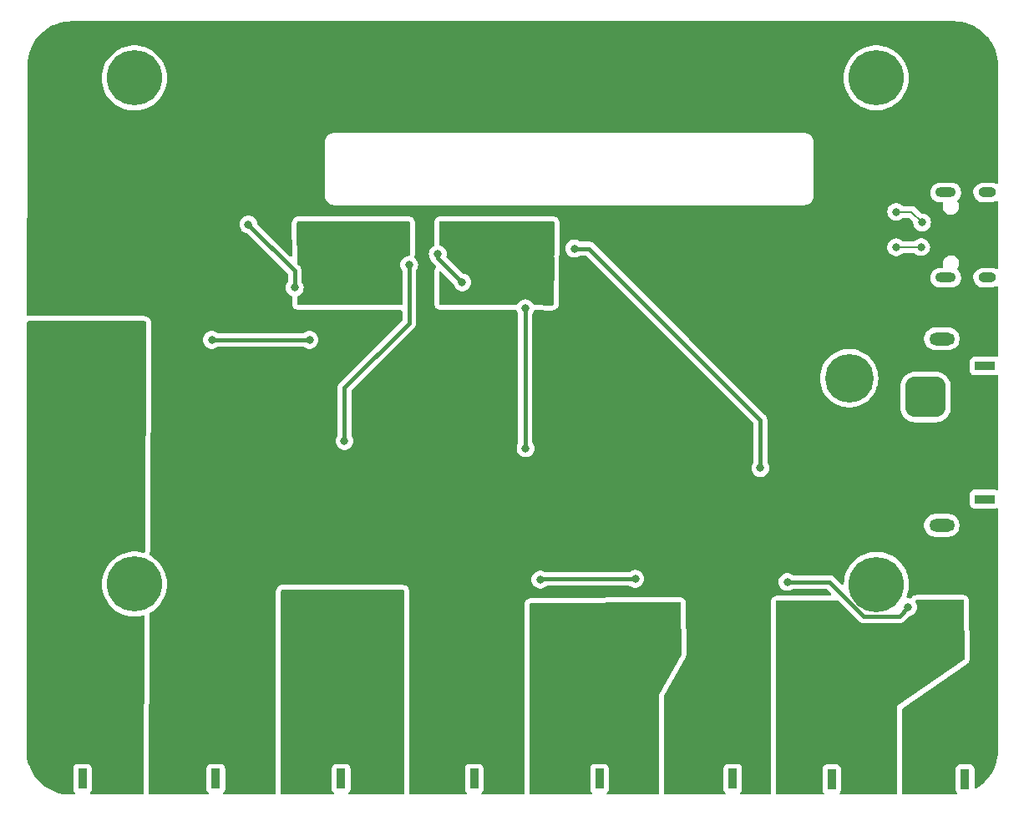
<source format=gbr>
%TF.GenerationSoftware,KiCad,Pcbnew,7.0.6-0*%
%TF.CreationDate,2023-08-19T14:39:05+10:00*%
%TF.ProjectId,rear_screen,72656172-5f73-4637-9265-656e2e6b6963,0*%
%TF.SameCoordinates,Original*%
%TF.FileFunction,Copper,L2,Bot*%
%TF.FilePolarity,Positive*%
%FSLAX46Y46*%
G04 Gerber Fmt 4.6, Leading zero omitted, Abs format (unit mm)*
G04 Created by KiCad (PCBNEW 7.0.6-0) date 2023-08-19 14:39:05*
%MOMM*%
%LPD*%
G01*
G04 APERTURE LIST*
G04 Aperture macros list*
%AMRoundRect*
0 Rectangle with rounded corners*
0 $1 Rounding radius*
0 $2 $3 $4 $5 $6 $7 $8 $9 X,Y pos of 4 corners*
0 Add a 4 corners polygon primitive as box body*
4,1,4,$2,$3,$4,$5,$6,$7,$8,$9,$2,$3,0*
0 Add four circle primitives for the rounded corners*
1,1,$1+$1,$2,$3*
1,1,$1+$1,$4,$5*
1,1,$1+$1,$6,$7*
1,1,$1+$1,$8,$9*
0 Add four rect primitives between the rounded corners*
20,1,$1+$1,$2,$3,$4,$5,0*
20,1,$1+$1,$4,$5,$6,$7,0*
20,1,$1+$1,$6,$7,$8,$9,0*
20,1,$1+$1,$8,$9,$2,$3,0*%
G04 Aperture macros list end*
%TA.AperFunction,ComponentPad*%
%ADD10R,0.900000X2.000000*%
%TD*%
%TA.AperFunction,ComponentPad*%
%ADD11RoundRect,1.025000X1.025000X1.025000X-1.025000X1.025000X-1.025000X-1.025000X1.025000X-1.025000X0*%
%TD*%
%TA.AperFunction,ComponentPad*%
%ADD12C,4.100000*%
%TD*%
%TA.AperFunction,ComponentPad*%
%ADD13C,5.600000*%
%TD*%
%TA.AperFunction,ComponentPad*%
%ADD14C,0.500000*%
%TD*%
%TA.AperFunction,SMDPad,CuDef*%
%ADD15R,2.410000X3.100000*%
%TD*%
%TA.AperFunction,ComponentPad*%
%ADD16O,2.100000X1.000000*%
%TD*%
%TA.AperFunction,ComponentPad*%
%ADD17O,1.800000X1.000000*%
%TD*%
%TA.AperFunction,ComponentPad*%
%ADD18C,4.916000*%
%TD*%
%TA.AperFunction,ComponentPad*%
%ADD19R,4.916000X4.916000*%
%TD*%
%TA.AperFunction,ComponentPad*%
%ADD20O,2.600000X1.300000*%
%TD*%
%TA.AperFunction,ComponentPad*%
%ADD21R,2.000000X0.900000*%
%TD*%
%TA.AperFunction,ComponentPad*%
%ADD22RoundRect,1.025000X-1.025000X1.025000X-1.025000X-1.025000X1.025000X-1.025000X1.025000X1.025000X0*%
%TD*%
%TA.AperFunction,ViaPad*%
%ADD23C,0.800000*%
%TD*%
%TA.AperFunction,Conductor*%
%ADD24C,0.200000*%
%TD*%
%TA.AperFunction,Conductor*%
%ADD25C,0.400000*%
%TD*%
G04 APERTURE END LIST*
D10*
%TO.P,J2,*%
%TO.N,*%
X98400000Y-139000000D03*
X84900000Y-139000000D03*
D11*
%TO.P,J2,1,Pin_1*%
%TO.N,Net-(D2-A)*%
X88050000Y-133000000D03*
D12*
%TO.P,J2,2,Pin_2*%
%TO.N,VIN*%
X95250000Y-133000000D03*
%TD*%
D13*
%TO.P,H1,1*%
%TO.N,N/C*%
X90150000Y-67960000D03*
%TD*%
D10*
%TO.P,J4,*%
%TO.N,*%
X150800000Y-139000000D03*
X137300000Y-139000000D03*
D11*
%TO.P,J4,1,Pin_1*%
%TO.N,Net-(D4-A)*%
X140450000Y-133000000D03*
D12*
%TO.P,J4,2,Pin_2*%
%TO.N,VIN*%
X147650000Y-133000000D03*
%TD*%
D14*
%TO.P,U2,9,TH*%
%TO.N,unconnected-(U2-TH-Pad9)*%
X126185712Y-85495111D03*
X126185712Y-86795111D03*
X126185712Y-88095111D03*
D15*
X127140712Y-86795111D03*
D14*
X128095712Y-85495111D03*
X128095712Y-86795111D03*
X128095712Y-88095111D03*
%TD*%
D16*
%TO.P,J13,S1,SHIELD*%
%TO.N,GND*%
X172400000Y-88200000D03*
D17*
X176600000Y-88200000D03*
D16*
X172400000Y-79560000D03*
D17*
X176600000Y-79560000D03*
%TD*%
D10*
%TO.P,J5,*%
%TO.N,*%
X174350000Y-139050000D03*
X160850000Y-139050000D03*
D11*
%TO.P,J5,1,Pin_1*%
%TO.N,Net-(D5-A)*%
X164000000Y-133050000D03*
D12*
%TO.P,J5,2,Pin_2*%
%TO.N,VIN*%
X171200000Y-133050000D03*
%TD*%
D14*
%TO.P,U1,9,TH*%
%TO.N,unconnected-(U1-TH-Pad9)*%
X112700000Y-86500000D03*
X112700000Y-87800000D03*
X112700000Y-89100000D03*
D15*
X113655000Y-87800000D03*
D14*
X114610000Y-86500000D03*
X114610000Y-87800000D03*
X114610000Y-89100000D03*
%TD*%
D18*
%TO.P,J6,1,Pin_1*%
%TO.N,GND*%
X162600000Y-98400000D03*
D19*
%TO.P,J6,2,Pin_2*%
%TO.N,VIN*%
X162600000Y-109300000D03*
D20*
%TO.P,J6,S1*%
%TO.N,N/C*%
X172000000Y-113300000D03*
%TO.P,J6,S2*%
X172000000Y-94400000D03*
%TD*%
D13*
%TO.P,H3,1*%
%TO.N,N/C*%
X165370000Y-119300000D03*
%TD*%
D21*
%TO.P,J1,*%
%TO.N,*%
X176350000Y-97150000D03*
X176350000Y-110650000D03*
D22*
%TO.P,J1,1,Pin_1*%
%TO.N,GND*%
X170350000Y-100300000D03*
D12*
%TO.P,J1,2,Pin_2*%
%TO.N,VIN*%
X170350000Y-107500000D03*
%TD*%
D13*
%TO.P,H2,1*%
%TO.N,N/C*%
X165339531Y-67939531D03*
%TD*%
D10*
%TO.P,J3,*%
%TO.N,*%
X124600000Y-139000000D03*
X111100000Y-139000000D03*
D11*
%TO.P,J3,1,Pin_1*%
%TO.N,Net-(D3-A)*%
X114250000Y-133000000D03*
D12*
%TO.P,J3,2,Pin_2*%
%TO.N,VIN*%
X121450000Y-133000000D03*
%TD*%
D13*
%TO.P,H4,1*%
%TO.N,N/C*%
X90160000Y-119260000D03*
%TD*%
D23*
%TO.N,VIN*%
X166400000Y-87800000D03*
%TO.N,GPIO11*%
X120900000Y-85800000D03*
X123380000Y-88680000D03*
%TO.N,GPIO13*%
X101700000Y-82800000D03*
X106400000Y-89200000D03*
%TO.N,Net-(D2-A)*%
X88800000Y-95000000D03*
X90300000Y-95000002D03*
X87300001Y-95000000D03*
X87300002Y-98000000D03*
X90300000Y-96500000D03*
X88800000Y-98000000D03*
X88800000Y-96500000D03*
X90300000Y-98000000D03*
X87300001Y-96500000D03*
%TO.N,Net-(D3-A)*%
X111856428Y-124020710D03*
X113356427Y-121020711D03*
X114856428Y-122520712D03*
X111856428Y-121020712D03*
X111856428Y-122520710D03*
X114856428Y-124020712D03*
X114856429Y-121020712D03*
X113356428Y-124020712D03*
X113356428Y-122520710D03*
%TO.N,Net-(D4-A)*%
X133269300Y-123787718D03*
X131640000Y-125300000D03*
X144323295Y-123759064D03*
X133269300Y-122287718D03*
X134769300Y-122287718D03*
X142823295Y-123759064D03*
X142823295Y-122259064D03*
X142823295Y-125259064D03*
X131640000Y-122300000D03*
X141323295Y-125259064D03*
X131640000Y-123800000D03*
X144323295Y-125259063D03*
X144323295Y-122259064D03*
X134769299Y-123787718D03*
X141323295Y-123759064D03*
X141323296Y-122259064D03*
X133269300Y-125287718D03*
X134769300Y-125287718D03*
%TO.N,Net-(D5-A)*%
X159781536Y-124209616D03*
X171400000Y-124000000D03*
X158281536Y-125709616D03*
X156781536Y-122709615D03*
X172900000Y-125500000D03*
X169900000Y-125500000D03*
X156781536Y-125709616D03*
X169900000Y-124000000D03*
X159781536Y-125709616D03*
X169900000Y-122500000D03*
X172900000Y-124000000D03*
X158281537Y-122709616D03*
X171400000Y-122500000D03*
X159781536Y-122709616D03*
X171400000Y-125500000D03*
X156781536Y-124209617D03*
X158281537Y-124209616D03*
X172900000Y-122500000D03*
%TO.N,VIN*%
X159700000Y-91400000D03*
X88600000Y-81800000D03*
X119700000Y-86900000D03*
X133595000Y-86075000D03*
%TO.N,Net-(J13-CC1)*%
X169900000Y-85100000D03*
X167370678Y-85117727D03*
%TO.N,Net-(J13-CC2)*%
X167375000Y-81530000D03*
X170000000Y-82600000D03*
%TO.N,Net-(Q1-G)*%
X168600000Y-121600000D03*
X156350000Y-119050000D03*
X153600000Y-107500000D03*
X134750000Y-85250000D03*
%TO.N,Net-(Q3-G)*%
X131300000Y-118800000D03*
X129800000Y-105500000D03*
X140921719Y-118734840D03*
X129790712Y-91300000D03*
%TO.N,Net-(Q7-G)*%
X107900000Y-94500000D03*
X98000000Y-94500000D03*
%TO.N,Net-(Q6-G)*%
X111450000Y-104750000D03*
X118000000Y-86900000D03*
%TD*%
D24*
%TO.N,Net-(J13-CC2)*%
X170000000Y-82600000D02*
X168930000Y-81530000D01*
X168930000Y-81530000D02*
X167375000Y-81530000D01*
%TO.N,Net-(J13-CC1)*%
X169900000Y-85100000D02*
X169882273Y-85117727D01*
X169882273Y-85117727D02*
X167370678Y-85117727D01*
D25*
%TO.N,Net-(Q1-G)*%
X153600000Y-107500000D02*
X153600000Y-102600000D01*
X136250000Y-85250000D02*
X134750000Y-85250000D01*
X153600000Y-102600000D02*
X136250000Y-85250000D01*
%TO.N,VIN*%
X162125000Y-89300000D02*
X163625000Y-87800000D01*
X163625000Y-87800000D02*
X166400000Y-87800000D01*
%TO.N,Net-(Q6-G)*%
X118000000Y-86900000D02*
X118000000Y-92800000D01*
X118000000Y-92800000D02*
X111450000Y-99350000D01*
X111450000Y-99350000D02*
X111450000Y-104750000D01*
%TO.N,Net-(Q7-G)*%
X107900000Y-94500000D02*
X98000000Y-94500000D01*
%TO.N,Net-(Q3-G)*%
X129750000Y-91340712D02*
X129750000Y-105000000D01*
X129800000Y-105050000D02*
X129800000Y-105500000D01*
X129750000Y-105000000D02*
X129800000Y-105050000D01*
%TO.N,GPIO13*%
X101700000Y-82800000D02*
X106400000Y-87500000D01*
X106400000Y-87500000D02*
X106400000Y-89200000D01*
%TO.N,VIN*%
X159700000Y-91400000D02*
X160025000Y-91400000D01*
X160025000Y-91400000D02*
X162125000Y-89300000D01*
%TO.N,GPIO11*%
X120900000Y-86200000D02*
X123380000Y-88680000D01*
X120900000Y-85800000D02*
X120900000Y-86200000D01*
%TO.N,Net-(Q1-G)*%
X167700000Y-122500000D02*
X168600000Y-121600000D01*
X164044516Y-122500000D02*
X167700000Y-122500000D01*
X156350000Y-119050000D02*
X160594516Y-119050000D01*
X160594516Y-119050000D02*
X164044516Y-122500000D01*
%TO.N,Net-(Q3-G)*%
X131300000Y-118800000D02*
X131365160Y-118734840D01*
X131365160Y-118734840D02*
X140921719Y-118734840D01*
X129790712Y-91300000D02*
X129750000Y-91340712D01*
%TD*%
%TA.AperFunction,Conductor*%
%TO.N,Net-(D2-A)*%
G36*
X91272524Y-92619685D02*
G01*
X91318279Y-92672489D01*
X91329484Y-92724514D01*
X91233142Y-115966653D01*
X91213180Y-116033610D01*
X91160186Y-116079146D01*
X91090987Y-116088803D01*
X91069549Y-116083648D01*
X91044273Y-116075131D01*
X90694744Y-115998194D01*
X90338949Y-115959500D01*
X90338948Y-115959500D01*
X89981052Y-115959500D01*
X89981050Y-115959500D01*
X89625255Y-115998194D01*
X89275726Y-116075131D01*
X89019970Y-116161306D01*
X88936565Y-116189409D01*
X88936562Y-116189410D01*
X88936563Y-116189410D01*
X88936552Y-116189414D01*
X88611755Y-116339680D01*
X88611751Y-116339682D01*
X88383367Y-116477096D01*
X88305081Y-116524200D01*
X88216768Y-116591333D01*
X88020172Y-116740781D01*
X88020163Y-116740789D01*
X87760331Y-116986914D01*
X87528641Y-117259680D01*
X87528634Y-117259690D01*
X87327790Y-117555913D01*
X87327784Y-117555922D01*
X87160151Y-117872111D01*
X87160142Y-117872129D01*
X87027674Y-118204600D01*
X87027672Y-118204607D01*
X86931932Y-118549434D01*
X86931926Y-118549460D01*
X86874029Y-118902614D01*
X86874028Y-118902631D01*
X86854652Y-119259997D01*
X86854652Y-119260002D01*
X86874028Y-119617368D01*
X86874029Y-119617385D01*
X86931926Y-119970539D01*
X86931932Y-119970565D01*
X87027672Y-120315392D01*
X87027674Y-120315399D01*
X87160142Y-120647870D01*
X87160151Y-120647888D01*
X87327784Y-120964077D01*
X87327790Y-120964086D01*
X87528634Y-121260309D01*
X87528641Y-121260319D01*
X87760331Y-121533085D01*
X87760332Y-121533086D01*
X88020163Y-121779211D01*
X88305081Y-121995800D01*
X88611747Y-122180315D01*
X88611749Y-122180316D01*
X88611751Y-122180317D01*
X88611755Y-122180319D01*
X88936552Y-122330585D01*
X88936565Y-122330591D01*
X89275726Y-122444868D01*
X89625254Y-122521805D01*
X89981052Y-122560500D01*
X89981058Y-122560500D01*
X90338942Y-122560500D01*
X90338948Y-122560500D01*
X90694746Y-122521805D01*
X91044274Y-122444868D01*
X91044294Y-122444861D01*
X91047503Y-122443971D01*
X91047551Y-122444146D01*
X91047555Y-122444146D01*
X91047567Y-122444204D01*
X91047887Y-122445355D01*
X91111958Y-122442797D01*
X91172197Y-122478195D01*
X91203735Y-122540542D01*
X91205798Y-122563587D01*
X91131550Y-140476014D01*
X91111588Y-140542971D01*
X91058594Y-140588507D01*
X91007551Y-140599500D01*
X85756894Y-140599500D01*
X85689855Y-140579815D01*
X85644100Y-140527011D01*
X85634156Y-140457853D01*
X85663181Y-140394297D01*
X85682582Y-140376234D01*
X85707546Y-140357546D01*
X85793796Y-140242331D01*
X85844091Y-140107483D01*
X85850500Y-140047873D01*
X85850499Y-137952128D01*
X85844091Y-137892517D01*
X85793796Y-137757669D01*
X85793795Y-137757668D01*
X85793793Y-137757664D01*
X85707547Y-137642455D01*
X85707544Y-137642452D01*
X85592335Y-137556206D01*
X85592328Y-137556202D01*
X85457482Y-137505908D01*
X85457483Y-137505908D01*
X85397883Y-137499501D01*
X85397881Y-137499500D01*
X85397873Y-137499500D01*
X85397864Y-137499500D01*
X84402129Y-137499500D01*
X84402123Y-137499501D01*
X84342516Y-137505908D01*
X84207671Y-137556202D01*
X84207664Y-137556206D01*
X84092455Y-137642452D01*
X84092452Y-137642455D01*
X84006206Y-137757664D01*
X84006202Y-137757671D01*
X83955908Y-137892517D01*
X83949501Y-137952116D01*
X83949501Y-137952123D01*
X83949500Y-137952135D01*
X83949500Y-140047870D01*
X83949501Y-140047876D01*
X83955908Y-140107483D01*
X84006202Y-140242328D01*
X84006206Y-140242335D01*
X84092452Y-140357544D01*
X84092453Y-140357544D01*
X84092454Y-140357546D01*
X84117418Y-140376234D01*
X84159288Y-140432168D01*
X84164272Y-140501860D01*
X84130786Y-140563182D01*
X84069462Y-140596667D01*
X84043106Y-140599500D01*
X83700000Y-140599500D01*
X83310546Y-140582496D01*
X83305155Y-140582024D01*
X82921359Y-140531496D01*
X82916030Y-140530556D01*
X82538085Y-140446768D01*
X82532865Y-140445370D01*
X82313593Y-140376234D01*
X82163663Y-140328961D01*
X82158578Y-140327110D01*
X81913889Y-140225757D01*
X81800921Y-140178964D01*
X81796031Y-140176684D01*
X81452657Y-139997934D01*
X81447971Y-139995228D01*
X81121473Y-139787227D01*
X81117040Y-139784123D01*
X80809922Y-139548463D01*
X80805777Y-139544984D01*
X80520369Y-139283456D01*
X80516543Y-139279630D01*
X80255015Y-138994222D01*
X80251536Y-138990077D01*
X80015876Y-138682959D01*
X80012772Y-138678526D01*
X79804771Y-138352028D01*
X79802065Y-138347342D01*
X79623310Y-138003958D01*
X79621039Y-137999088D01*
X79472889Y-137641421D01*
X79471038Y-137636336D01*
X79445773Y-137556206D01*
X79354625Y-137267119D01*
X79353231Y-137261914D01*
X79269443Y-136883969D01*
X79268506Y-136878659D01*
X79217973Y-136494826D01*
X79217504Y-136489474D01*
X79200560Y-136101409D01*
X79200502Y-136098617D01*
X79263002Y-92723821D01*
X79282783Y-92656810D01*
X79335653Y-92611132D01*
X79387002Y-92600000D01*
X91205485Y-92600000D01*
X91272524Y-92619685D01*
G37*
%TD.AperFunction*%
%TD*%
%TA.AperFunction,Conductor*%
%TO.N,Net-(D5-A)*%
G36*
X174193517Y-120869980D02*
G01*
X174239548Y-120922544D01*
X174251021Y-120973620D01*
X174299457Y-126834316D01*
X174280327Y-126901516D01*
X174245965Y-126937347D01*
X167500000Y-131600000D01*
X167500000Y-140475500D01*
X167480315Y-140542539D01*
X167427511Y-140588294D01*
X167376000Y-140599500D01*
X161761571Y-140599500D01*
X161694532Y-140579815D01*
X161648777Y-140527011D01*
X161638833Y-140457853D01*
X161662305Y-140401189D01*
X161743793Y-140292335D01*
X161743792Y-140292335D01*
X161743796Y-140292331D01*
X161794091Y-140157483D01*
X161800500Y-140097873D01*
X161800499Y-138002128D01*
X161794091Y-137942517D01*
X161743796Y-137807669D01*
X161743795Y-137807668D01*
X161743793Y-137807664D01*
X161657547Y-137692455D01*
X161657544Y-137692452D01*
X161542335Y-137606206D01*
X161542328Y-137606202D01*
X161407482Y-137555908D01*
X161407483Y-137555908D01*
X161347883Y-137549501D01*
X161347881Y-137549500D01*
X161347873Y-137549500D01*
X161347864Y-137549500D01*
X160352129Y-137549500D01*
X160352123Y-137549501D01*
X160292516Y-137555908D01*
X160157671Y-137606202D01*
X160157664Y-137606206D01*
X160042455Y-137692452D01*
X160042452Y-137692455D01*
X159956206Y-137807664D01*
X159956202Y-137807671D01*
X159905908Y-137942517D01*
X159899560Y-138001571D01*
X159899501Y-138002123D01*
X159899500Y-138002135D01*
X159899500Y-140097870D01*
X159899501Y-140097876D01*
X159905908Y-140157483D01*
X159956202Y-140292328D01*
X159956206Y-140292335D01*
X160037695Y-140401189D01*
X160062113Y-140466653D01*
X160047262Y-140534926D01*
X159997857Y-140584332D01*
X159938429Y-140599500D01*
X155274000Y-140599500D01*
X155206961Y-140579815D01*
X155161206Y-140527011D01*
X155150000Y-140475500D01*
X155150000Y-121073352D01*
X155169685Y-121006313D01*
X155222489Y-120960558D01*
X155273350Y-120949354D01*
X161419028Y-120917177D01*
X161486163Y-120936509D01*
X161507352Y-120953493D01*
X163532915Y-122979056D01*
X163535451Y-122981750D01*
X163576587Y-123028183D01*
X163627646Y-123063427D01*
X163630628Y-123065621D01*
X163679459Y-123103877D01*
X163679463Y-123103880D01*
X163679462Y-123103880D01*
X163688693Y-123108034D01*
X163708247Y-123119062D01*
X163716582Y-123124816D01*
X163716584Y-123124816D01*
X163716586Y-123124818D01*
X163774595Y-123146817D01*
X163777992Y-123148224D01*
X163825286Y-123169509D01*
X163834580Y-123173693D01*
X163834581Y-123173693D01*
X163834585Y-123173695D01*
X163844550Y-123175521D01*
X163866172Y-123181548D01*
X163866183Y-123181552D01*
X163875644Y-123185140D01*
X163920767Y-123190618D01*
X163937190Y-123192613D01*
X163940887Y-123193175D01*
X164001910Y-123204358D01*
X164057268Y-123201009D01*
X164063819Y-123200613D01*
X164067564Y-123200500D01*
X167676952Y-123200500D01*
X167680697Y-123200613D01*
X167688042Y-123201057D01*
X167742606Y-123204358D01*
X167780314Y-123197447D01*
X167803621Y-123193177D01*
X167807325Y-123192613D01*
X167825170Y-123190446D01*
X167868872Y-123185140D01*
X167878335Y-123181550D01*
X167899961Y-123175522D01*
X167900893Y-123175351D01*
X167909932Y-123173695D01*
X167966512Y-123148229D01*
X167969942Y-123146809D01*
X168027930Y-123124818D01*
X168036266Y-123119062D01*
X168055821Y-123108034D01*
X168065057Y-123103878D01*
X168113896Y-123065613D01*
X168116876Y-123063421D01*
X168167929Y-123028183D01*
X168209065Y-122981748D01*
X168211599Y-122979056D01*
X168662976Y-122527680D01*
X168724295Y-122494198D01*
X168724304Y-122494195D01*
X168879803Y-122461144D01*
X168879807Y-122461142D01*
X168879808Y-122461142D01*
X168938058Y-122435206D01*
X169052730Y-122384151D01*
X169205871Y-122272888D01*
X169332533Y-122132216D01*
X169427179Y-121968284D01*
X169485674Y-121788256D01*
X169505460Y-121600000D01*
X169485674Y-121411744D01*
X169427179Y-121231716D01*
X169332533Y-121067784D01*
X169329284Y-121062156D01*
X169331637Y-121060797D01*
X169312183Y-121006311D01*
X169327993Y-120938254D01*
X169378087Y-120889548D01*
X169435323Y-120875207D01*
X174126376Y-120850647D01*
X174193517Y-120869980D01*
G37*
%TD.AperFunction*%
%TD*%
%TA.AperFunction,Conductor*%
%TO.N,Net-(D4-A)*%
G36*
X145493530Y-121120052D02*
G01*
X145539628Y-121172557D01*
X145551165Y-121223631D01*
X145599688Y-126366969D01*
X145583840Y-126428806D01*
X143300000Y-130499999D01*
X143300000Y-140475500D01*
X143280315Y-140542539D01*
X143227511Y-140588294D01*
X143176000Y-140599500D01*
X138156894Y-140599500D01*
X138089855Y-140579815D01*
X138044100Y-140527011D01*
X138034156Y-140457853D01*
X138063181Y-140394297D01*
X138082582Y-140376234D01*
X138107546Y-140357546D01*
X138193796Y-140242331D01*
X138244091Y-140107483D01*
X138250500Y-140047873D01*
X138250499Y-137952128D01*
X138244091Y-137892517D01*
X138193796Y-137757669D01*
X138193795Y-137757668D01*
X138193793Y-137757664D01*
X138107547Y-137642455D01*
X138107544Y-137642452D01*
X137992335Y-137556206D01*
X137992328Y-137556202D01*
X137857482Y-137505908D01*
X137857483Y-137505908D01*
X137797883Y-137499501D01*
X137797881Y-137499500D01*
X137797873Y-137499500D01*
X137797864Y-137499500D01*
X136802129Y-137499500D01*
X136802123Y-137499501D01*
X136742516Y-137505908D01*
X136607671Y-137556202D01*
X136607664Y-137556206D01*
X136492455Y-137642452D01*
X136492452Y-137642455D01*
X136406206Y-137757664D01*
X136406202Y-137757671D01*
X136355908Y-137892517D01*
X136349501Y-137952116D01*
X136349501Y-137952123D01*
X136349500Y-137952135D01*
X136349500Y-140047870D01*
X136349501Y-140047876D01*
X136355908Y-140107483D01*
X136406202Y-140242328D01*
X136406206Y-140242335D01*
X136492452Y-140357544D01*
X136492453Y-140357544D01*
X136492454Y-140357546D01*
X136517418Y-140376234D01*
X136559288Y-140432168D01*
X136564272Y-140501860D01*
X136530786Y-140563182D01*
X136469462Y-140596667D01*
X136443106Y-140599500D01*
X130302281Y-140599500D01*
X130235242Y-140579815D01*
X130189487Y-140527011D01*
X130178281Y-140475500D01*
X130178281Y-137499500D01*
X130178281Y-121323191D01*
X130197965Y-121256156D01*
X130250769Y-121210401D01*
X130301470Y-121199198D01*
X145426365Y-121100804D01*
X145493530Y-121120052D01*
G37*
%TD.AperFunction*%
%TD*%
%TA.AperFunction,Conductor*%
%TO.N,Net-(D3-A)*%
G36*
X117463039Y-119869685D02*
G01*
X117508794Y-119922489D01*
X117520000Y-119974000D01*
X117520000Y-140475500D01*
X117500315Y-140542539D01*
X117447511Y-140588294D01*
X117396000Y-140599500D01*
X111956894Y-140599500D01*
X111889855Y-140579815D01*
X111844100Y-140527011D01*
X111834156Y-140457853D01*
X111863181Y-140394297D01*
X111882582Y-140376234D01*
X111907546Y-140357546D01*
X111993796Y-140242331D01*
X112044091Y-140107483D01*
X112050500Y-140047873D01*
X112050499Y-137952128D01*
X112044091Y-137892517D01*
X111993796Y-137757669D01*
X111993795Y-137757668D01*
X111993793Y-137757664D01*
X111907547Y-137642455D01*
X111907544Y-137642452D01*
X111792335Y-137556206D01*
X111792328Y-137556202D01*
X111657482Y-137505908D01*
X111657483Y-137505908D01*
X111597883Y-137499501D01*
X111597881Y-137499500D01*
X111597873Y-137499500D01*
X111597864Y-137499500D01*
X110602129Y-137499500D01*
X110602123Y-137499501D01*
X110542516Y-137505908D01*
X110407671Y-137556202D01*
X110407664Y-137556206D01*
X110292455Y-137642452D01*
X110292452Y-137642455D01*
X110206206Y-137757664D01*
X110206202Y-137757671D01*
X110155908Y-137892517D01*
X110149501Y-137952116D01*
X110149501Y-137952123D01*
X110149500Y-137952135D01*
X110149500Y-140047870D01*
X110149501Y-140047876D01*
X110155908Y-140107483D01*
X110206202Y-140242328D01*
X110206206Y-140242335D01*
X110292452Y-140357544D01*
X110292453Y-140357544D01*
X110292454Y-140357546D01*
X110317418Y-140376234D01*
X110359288Y-140432168D01*
X110364272Y-140501860D01*
X110330786Y-140563182D01*
X110269462Y-140596667D01*
X110243106Y-140599500D01*
X105124000Y-140599500D01*
X105056961Y-140579815D01*
X105011206Y-140527011D01*
X105000000Y-140475500D01*
X105000000Y-119974000D01*
X105019685Y-119906961D01*
X105072489Y-119861206D01*
X105124000Y-119850000D01*
X117396000Y-119850000D01*
X117463039Y-119869685D01*
G37*
%TD.AperFunction*%
%TD*%
%TA.AperFunction,Conductor*%
%TO.N,VIN*%
G36*
X173589474Y-62217504D02*
G01*
X173594826Y-62217973D01*
X173978659Y-62268506D01*
X173983967Y-62269442D01*
X174361920Y-62353232D01*
X174367119Y-62354625D01*
X174736341Y-62471040D01*
X174741422Y-62472889D01*
X175099088Y-62621039D01*
X175103958Y-62623310D01*
X175447350Y-62802069D01*
X175452028Y-62804771D01*
X175778526Y-63012772D01*
X175782959Y-63015876D01*
X176090077Y-63251536D01*
X176094222Y-63255015D01*
X176379630Y-63516543D01*
X176383456Y-63520369D01*
X176644984Y-63805777D01*
X176648463Y-63809922D01*
X176884123Y-64117040D01*
X176887227Y-64121473D01*
X177095228Y-64447971D01*
X177097934Y-64452657D01*
X177265804Y-64775132D01*
X177276680Y-64796023D01*
X177278967Y-64800927D01*
X177427110Y-65158578D01*
X177428961Y-65163663D01*
X177545368Y-65532858D01*
X177546768Y-65538085D01*
X177630556Y-65916030D01*
X177631496Y-65921359D01*
X177682024Y-66305155D01*
X177682496Y-66310546D01*
X177699500Y-66700000D01*
X177699500Y-78590493D01*
X177679815Y-78657532D01*
X177627011Y-78703287D01*
X177557853Y-78713231D01*
X177504665Y-78692270D01*
X177503795Y-78691664D01*
X177488049Y-78680705D01*
X177301058Y-78600460D01*
X177301056Y-78600459D01*
X177101741Y-78559500D01*
X176149258Y-78559500D01*
X176149257Y-78559500D01*
X175997560Y-78574925D01*
X175803420Y-78635837D01*
X175803405Y-78635844D01*
X175625500Y-78734589D01*
X175625495Y-78734592D01*
X175471106Y-78867132D01*
X175471104Y-78867134D01*
X175346554Y-79028037D01*
X175346553Y-79028040D01*
X175256940Y-79210728D01*
X175205937Y-79407714D01*
X175195631Y-79610936D01*
X175226442Y-79812063D01*
X175226445Y-79812075D01*
X175297111Y-80002881D01*
X175297115Y-80002888D01*
X175404745Y-80175567D01*
X175404749Y-80175572D01*
X175477690Y-80252306D01*
X175544941Y-80323053D01*
X175634531Y-80385409D01*
X175711949Y-80439294D01*
X175711950Y-80439294D01*
X175711951Y-80439295D01*
X175898942Y-80519540D01*
X176098259Y-80560500D01*
X177050743Y-80560500D01*
X177202439Y-80545074D01*
X177396579Y-80484162D01*
X177396580Y-80484161D01*
X177396588Y-80484159D01*
X177515322Y-80418256D01*
X177583491Y-80402933D01*
X177649123Y-80426897D01*
X177691380Y-80482540D01*
X177699500Y-80526675D01*
X177699500Y-87230493D01*
X177679815Y-87297532D01*
X177627011Y-87343287D01*
X177557853Y-87353231D01*
X177504665Y-87332270D01*
X177503795Y-87331664D01*
X177488049Y-87320705D01*
X177301058Y-87240460D01*
X177301056Y-87240459D01*
X177101741Y-87199500D01*
X176149258Y-87199500D01*
X176149257Y-87199500D01*
X175997560Y-87214925D01*
X175803420Y-87275837D01*
X175803405Y-87275844D01*
X175625500Y-87374589D01*
X175625495Y-87374592D01*
X175471106Y-87507132D01*
X175471104Y-87507134D01*
X175346554Y-87668037D01*
X175346553Y-87668040D01*
X175256940Y-87850728D01*
X175205937Y-88047714D01*
X175195631Y-88250936D01*
X175226442Y-88452063D01*
X175226445Y-88452075D01*
X175297111Y-88642881D01*
X175297113Y-88642884D01*
X175297114Y-88642887D01*
X175312634Y-88667787D01*
X175404745Y-88815567D01*
X175404747Y-88815569D01*
X175404748Y-88815571D01*
X175544941Y-88963053D01*
X175659708Y-89042933D01*
X175711949Y-89079294D01*
X175711950Y-89079294D01*
X175711951Y-89079295D01*
X175898942Y-89159540D01*
X176098259Y-89200500D01*
X177050743Y-89200500D01*
X177202439Y-89185074D01*
X177396579Y-89124162D01*
X177396580Y-89124161D01*
X177396588Y-89124159D01*
X177515322Y-89058256D01*
X177583491Y-89042933D01*
X177649123Y-89066897D01*
X177691380Y-89122540D01*
X177699500Y-89166675D01*
X177699500Y-96117581D01*
X177679815Y-96184620D01*
X177627011Y-96230375D01*
X177557853Y-96240319D01*
X177532168Y-96233763D01*
X177457485Y-96205909D01*
X177457483Y-96205908D01*
X177397883Y-96199501D01*
X177397881Y-96199500D01*
X177397873Y-96199500D01*
X177397864Y-96199500D01*
X175302129Y-96199500D01*
X175302123Y-96199501D01*
X175242516Y-96205908D01*
X175107671Y-96256202D01*
X175107664Y-96256206D01*
X174992455Y-96342452D01*
X174992452Y-96342455D01*
X174906206Y-96457664D01*
X174906202Y-96457671D01*
X174855908Y-96592517D01*
X174849501Y-96652116D01*
X174849500Y-96652135D01*
X174849500Y-97647870D01*
X174849501Y-97647876D01*
X174855908Y-97707483D01*
X174906202Y-97842328D01*
X174906206Y-97842335D01*
X174992452Y-97957544D01*
X174992455Y-97957547D01*
X175107664Y-98043793D01*
X175107671Y-98043797D01*
X175242517Y-98094091D01*
X175242516Y-98094091D01*
X175248525Y-98094737D01*
X175302127Y-98100500D01*
X177397872Y-98100499D01*
X177457483Y-98094091D01*
X177457482Y-98094090D01*
X177532167Y-98066236D01*
X177601859Y-98061252D01*
X177663182Y-98094737D01*
X177696666Y-98156061D01*
X177699500Y-98182418D01*
X177699500Y-109617581D01*
X177679815Y-109684620D01*
X177627011Y-109730375D01*
X177557853Y-109740319D01*
X177532168Y-109733763D01*
X177457485Y-109705909D01*
X177457483Y-109705908D01*
X177397883Y-109699501D01*
X177397881Y-109699500D01*
X177397873Y-109699500D01*
X177397864Y-109699500D01*
X175302129Y-109699500D01*
X175302123Y-109699501D01*
X175242516Y-109705908D01*
X175107671Y-109756202D01*
X175107664Y-109756206D01*
X174992455Y-109842452D01*
X174992452Y-109842455D01*
X174906206Y-109957664D01*
X174906202Y-109957671D01*
X174855908Y-110092517D01*
X174849501Y-110152116D01*
X174849500Y-110152135D01*
X174849500Y-111147870D01*
X174849501Y-111147876D01*
X174855908Y-111207483D01*
X174906202Y-111342328D01*
X174906206Y-111342335D01*
X174992452Y-111457544D01*
X174992455Y-111457547D01*
X175107664Y-111543793D01*
X175107671Y-111543797D01*
X175242517Y-111594091D01*
X175242516Y-111594091D01*
X175248525Y-111594737D01*
X175302127Y-111600500D01*
X177397872Y-111600499D01*
X177457483Y-111594091D01*
X177457482Y-111594090D01*
X177532167Y-111566236D01*
X177601859Y-111561252D01*
X177663182Y-111594737D01*
X177696666Y-111656061D01*
X177699500Y-111682418D01*
X177699500Y-136100000D01*
X177682496Y-136489453D01*
X177682024Y-136494844D01*
X177631496Y-136878640D01*
X177630556Y-136883969D01*
X177546768Y-137261914D01*
X177545368Y-137267141D01*
X177428961Y-137636336D01*
X177427110Y-137641421D01*
X177278967Y-137999072D01*
X177276680Y-138003976D01*
X177097934Y-138347342D01*
X177095228Y-138352028D01*
X176887227Y-138678526D01*
X176884123Y-138682959D01*
X176648463Y-138990077D01*
X176644984Y-138994222D01*
X176383456Y-139279630D01*
X176379630Y-139283456D01*
X176094222Y-139544984D01*
X176090077Y-139548463D01*
X175782959Y-139784123D01*
X175778526Y-139787227D01*
X175491124Y-139970322D01*
X175424007Y-139989740D01*
X175357046Y-139969790D01*
X175311501Y-139916805D01*
X175300499Y-139865741D01*
X175300499Y-138002129D01*
X175300498Y-138002123D01*
X175300497Y-138002116D01*
X175294091Y-137942517D01*
X175275442Y-137892517D01*
X175243797Y-137807671D01*
X175243793Y-137807664D01*
X175157547Y-137692455D01*
X175157544Y-137692452D01*
X175042335Y-137606206D01*
X175042328Y-137606202D01*
X174907482Y-137555908D01*
X174907483Y-137555908D01*
X174847883Y-137549501D01*
X174847881Y-137549500D01*
X174847873Y-137549500D01*
X174847864Y-137549500D01*
X173852129Y-137549500D01*
X173852123Y-137549501D01*
X173792516Y-137555908D01*
X173657671Y-137606202D01*
X173657664Y-137606206D01*
X173542455Y-137692452D01*
X173542452Y-137692455D01*
X173456206Y-137807664D01*
X173456202Y-137807671D01*
X173405908Y-137942517D01*
X173399828Y-137999072D01*
X173399501Y-138002123D01*
X173399500Y-138002135D01*
X173399500Y-140097870D01*
X173399501Y-140097876D01*
X173405908Y-140157483D01*
X173456202Y-140292328D01*
X173456203Y-140292329D01*
X173456204Y-140292331D01*
X173505024Y-140357546D01*
X173530063Y-140390994D01*
X173554480Y-140456458D01*
X173539628Y-140524731D01*
X173490223Y-140574137D01*
X173436205Y-140589187D01*
X173200000Y-140599500D01*
X168129500Y-140599500D01*
X168062461Y-140579815D01*
X168016706Y-140527011D01*
X168005500Y-140475500D01*
X168005500Y-131930134D01*
X168025185Y-131863095D01*
X168058993Y-131828130D01*
X174533383Y-127353185D01*
X174610808Y-127287232D01*
X174645170Y-127251401D01*
X174707824Y-127171287D01*
X174766511Y-127039919D01*
X174785641Y-126972719D01*
X174804940Y-126830138D01*
X174757697Y-121113735D01*
X174756504Y-120969437D01*
X174744232Y-120862844D01*
X174744231Y-120862832D01*
X174732758Y-120811756D01*
X174698261Y-120710147D01*
X174619841Y-120589516D01*
X174573810Y-120536952D01*
X174567959Y-120530271D01*
X174560398Y-120525454D01*
X174531572Y-120500739D01*
X174464580Y-120443301D01*
X174464578Y-120443300D01*
X174464577Y-120443299D01*
X174334832Y-120384866D01*
X174333391Y-120384217D01*
X174333390Y-120384216D01*
X174333384Y-120384214D01*
X174266257Y-120364885D01*
X174266250Y-120364884D01*
X174123729Y-120345154D01*
X174123727Y-120345154D01*
X169432681Y-120369713D01*
X169432678Y-120369713D01*
X169312465Y-120384864D01*
X169312457Y-120384866D01*
X169255236Y-120399202D01*
X169142083Y-120442522D01*
X169025702Y-120527119D01*
X169025697Y-120527122D01*
X168975605Y-120575827D01*
X168975602Y-120575831D01*
X168901800Y-120671584D01*
X168845283Y-120712665D01*
X168777807Y-120717176D01*
X168776080Y-120716809D01*
X168694646Y-120699500D01*
X168548110Y-120699500D01*
X168481071Y-120679815D01*
X168435316Y-120627011D01*
X168425372Y-120557853D01*
X168432917Y-120529603D01*
X168478344Y-120415587D01*
X168502324Y-120355403D01*
X168598071Y-120010552D01*
X168621681Y-119866537D01*
X168655970Y-119657385D01*
X168655970Y-119657382D01*
X168655972Y-119657371D01*
X168675348Y-119300000D01*
X168655972Y-118942629D01*
X168652770Y-118923099D01*
X168598073Y-118589460D01*
X168598072Y-118589459D01*
X168598071Y-118589448D01*
X168545960Y-118401759D01*
X168502327Y-118244607D01*
X168502325Y-118244600D01*
X168486390Y-118204607D01*
X168418550Y-118034340D01*
X168369857Y-117912129D01*
X168369848Y-117912111D01*
X168202215Y-117595922D01*
X168202213Y-117595919D01*
X168202211Y-117595915D01*
X168001365Y-117299689D01*
X168001361Y-117299684D01*
X168001358Y-117299680D01*
X167769668Y-117026914D01*
X167769667Y-117026914D01*
X167509837Y-116780789D01*
X167509830Y-116780783D01*
X167509827Y-116780781D01*
X167442245Y-116729407D01*
X167224919Y-116564200D01*
X166918253Y-116379685D01*
X166918252Y-116379684D01*
X166918248Y-116379682D01*
X166918244Y-116379680D01*
X166593447Y-116229414D01*
X166593441Y-116229411D01*
X166593435Y-116229409D01*
X166423854Y-116172270D01*
X166254273Y-116115131D01*
X165904744Y-116038194D01*
X165548949Y-115999500D01*
X165548948Y-115999500D01*
X165191052Y-115999500D01*
X165191050Y-115999500D01*
X164835255Y-116038194D01*
X164485726Y-116115131D01*
X164237994Y-116198603D01*
X164146565Y-116229409D01*
X164146562Y-116229410D01*
X164146563Y-116229410D01*
X164146552Y-116229414D01*
X163821755Y-116379680D01*
X163821751Y-116379682D01*
X163593367Y-116517096D01*
X163515081Y-116564200D01*
X163426768Y-116631333D01*
X163230172Y-116780781D01*
X163230163Y-116780789D01*
X162970331Y-117026914D01*
X162738641Y-117299680D01*
X162738634Y-117299690D01*
X162537790Y-117595913D01*
X162537784Y-117595922D01*
X162370151Y-117912111D01*
X162370142Y-117912129D01*
X162237674Y-118244600D01*
X162237672Y-118244607D01*
X162141932Y-118589434D01*
X162141926Y-118589460D01*
X162084029Y-118942614D01*
X162084027Y-118942631D01*
X162067891Y-119240251D01*
X162044606Y-119306127D01*
X161989402Y-119348956D01*
X161919807Y-119355140D01*
X161857916Y-119322717D01*
X161856392Y-119321219D01*
X161523429Y-118988256D01*
X161106114Y-118570941D01*
X161103580Y-118568250D01*
X161062445Y-118521817D01*
X161062444Y-118521816D01*
X161062440Y-118521812D01*
X161011412Y-118486591D01*
X161008403Y-118484377D01*
X160959576Y-118446124D01*
X160959571Y-118446120D01*
X160950329Y-118441961D01*
X160930782Y-118430936D01*
X160922447Y-118425183D01*
X160922448Y-118425183D01*
X160922446Y-118425182D01*
X160864457Y-118403189D01*
X160861006Y-118401759D01*
X160804446Y-118376304D01*
X160794462Y-118374474D01*
X160772859Y-118368451D01*
X160763390Y-118364860D01*
X160763386Y-118364859D01*
X160701829Y-118357384D01*
X160698128Y-118356821D01*
X160637124Y-118345642D01*
X160637119Y-118345642D01*
X160575213Y-118349387D01*
X160571468Y-118349500D01*
X156958156Y-118349500D01*
X156891117Y-118329815D01*
X156885271Y-118325818D01*
X156802734Y-118265851D01*
X156802729Y-118265848D01*
X156629807Y-118188857D01*
X156629802Y-118188855D01*
X156484001Y-118157865D01*
X156444646Y-118149500D01*
X156255354Y-118149500D01*
X156222897Y-118156398D01*
X156070197Y-118188855D01*
X156070192Y-118188857D01*
X155897270Y-118265848D01*
X155897265Y-118265851D01*
X155744129Y-118377111D01*
X155617466Y-118517785D01*
X155522821Y-118681715D01*
X155522818Y-118681722D01*
X155464327Y-118861740D01*
X155464326Y-118861744D01*
X155444540Y-119050000D01*
X155464326Y-119238256D01*
X155464327Y-119238259D01*
X155522818Y-119418277D01*
X155522821Y-119418284D01*
X155617467Y-119582216D01*
X155723971Y-119700500D01*
X155744129Y-119722888D01*
X155897265Y-119834148D01*
X155897270Y-119834151D01*
X156070192Y-119911142D01*
X156070197Y-119911144D01*
X156255354Y-119950500D01*
X156255355Y-119950500D01*
X156444644Y-119950500D01*
X156444646Y-119950500D01*
X156629803Y-119911144D01*
X156802730Y-119834151D01*
X156867877Y-119786819D01*
X156885271Y-119774182D01*
X156951077Y-119750702D01*
X156958156Y-119750500D01*
X160252997Y-119750500D01*
X160320036Y-119770185D01*
X160340678Y-119786819D01*
X160757767Y-120203908D01*
X160791252Y-120265231D01*
X160786268Y-120334923D01*
X160744396Y-120390856D01*
X160678932Y-120415273D01*
X160670735Y-120415587D01*
X155270713Y-120443860D01*
X155270686Y-120443862D01*
X155164612Y-120455688D01*
X155164603Y-120455689D01*
X155164602Y-120455690D01*
X155148572Y-120459221D01*
X155113739Y-120466894D01*
X155113737Y-120466895D01*
X155012498Y-120500737D01*
X155012495Y-120500739D01*
X154891462Y-120578522D01*
X154891451Y-120578531D01*
X154838659Y-120624275D01*
X154744433Y-120733016D01*
X154744430Y-120733020D01*
X154684664Y-120863886D01*
X154664978Y-120930927D01*
X154664976Y-120930932D01*
X154657511Y-120982858D01*
X154646251Y-121061177D01*
X154644500Y-121073353D01*
X154644500Y-140475500D01*
X154624815Y-140542539D01*
X154572011Y-140588294D01*
X154520500Y-140599500D01*
X151656894Y-140599500D01*
X151589855Y-140579815D01*
X151544100Y-140527011D01*
X151534156Y-140457853D01*
X151563181Y-140394297D01*
X151582582Y-140376234D01*
X151607546Y-140357546D01*
X151693796Y-140242331D01*
X151744091Y-140107483D01*
X151750500Y-140047873D01*
X151750499Y-137952128D01*
X151744091Y-137892517D01*
X151693796Y-137757669D01*
X151693795Y-137757668D01*
X151693793Y-137757664D01*
X151607547Y-137642455D01*
X151607544Y-137642452D01*
X151492335Y-137556206D01*
X151492328Y-137556202D01*
X151357482Y-137505908D01*
X151357483Y-137505908D01*
X151297883Y-137499501D01*
X151297881Y-137499500D01*
X151297873Y-137499500D01*
X151297864Y-137499500D01*
X150302129Y-137499500D01*
X150302123Y-137499501D01*
X150242516Y-137505908D01*
X150107671Y-137556202D01*
X150107664Y-137556206D01*
X149992455Y-137642452D01*
X149992452Y-137642455D01*
X149906206Y-137757664D01*
X149906202Y-137757671D01*
X149855908Y-137892517D01*
X149850533Y-137942516D01*
X149849501Y-137952123D01*
X149849500Y-137952135D01*
X149849500Y-140047870D01*
X149849501Y-140047876D01*
X149855908Y-140107483D01*
X149906202Y-140242328D01*
X149906206Y-140242335D01*
X149992452Y-140357544D01*
X149992453Y-140357544D01*
X149992454Y-140357546D01*
X150017418Y-140376234D01*
X150059288Y-140432168D01*
X150064272Y-140501860D01*
X150030786Y-140563182D01*
X149969462Y-140596667D01*
X149943106Y-140599500D01*
X143929500Y-140599500D01*
X143862461Y-140579815D01*
X143816706Y-140527011D01*
X143805500Y-140475500D01*
X143805500Y-130664506D01*
X143821354Y-130603839D01*
X146024708Y-126676122D01*
X146073514Y-126554303D01*
X146089362Y-126492466D01*
X146105166Y-126362200D01*
X146056643Y-121218862D01*
X146044242Y-121112251D01*
X146032705Y-121061177D01*
X145998069Y-120959574D01*
X145919495Y-120839044D01*
X145873397Y-120786539D01*
X145764053Y-120693031D01*
X145632789Y-120634113D01*
X145632785Y-120634111D01*
X145632781Y-120634110D01*
X145632783Y-120634110D01*
X145576484Y-120617976D01*
X145570009Y-120615465D01*
X145423075Y-120595314D01*
X130298189Y-120693708D01*
X130298169Y-120693709D01*
X130192420Y-120705601D01*
X130192406Y-120705603D01*
X130192404Y-120705604D01*
X130167053Y-120711205D01*
X130141702Y-120716807D01*
X130141694Y-120716809D01*
X130040782Y-120750579D01*
X130040771Y-120750584D01*
X129919748Y-120828361D01*
X129919731Y-120828374D01*
X129866939Y-120874118D01*
X129772714Y-120982858D01*
X129772711Y-120982862D01*
X129712943Y-121113733D01*
X129694092Y-121177930D01*
X129693767Y-121178869D01*
X129693257Y-121180772D01*
X129672781Y-121323192D01*
X129672781Y-140475500D01*
X129653096Y-140542539D01*
X129600292Y-140588294D01*
X129548781Y-140599500D01*
X125456894Y-140599500D01*
X125389855Y-140579815D01*
X125344100Y-140527011D01*
X125334156Y-140457853D01*
X125363181Y-140394297D01*
X125382582Y-140376234D01*
X125407546Y-140357546D01*
X125493796Y-140242331D01*
X125544091Y-140107483D01*
X125550500Y-140047873D01*
X125550499Y-137952128D01*
X125544091Y-137892517D01*
X125493796Y-137757669D01*
X125493795Y-137757668D01*
X125493793Y-137757664D01*
X125407547Y-137642455D01*
X125407544Y-137642452D01*
X125292335Y-137556206D01*
X125292328Y-137556202D01*
X125157482Y-137505908D01*
X125157483Y-137505908D01*
X125097883Y-137499501D01*
X125097881Y-137499500D01*
X125097873Y-137499500D01*
X125097864Y-137499500D01*
X124102129Y-137499500D01*
X124102123Y-137499501D01*
X124042516Y-137505908D01*
X123907671Y-137556202D01*
X123907664Y-137556206D01*
X123792455Y-137642452D01*
X123792452Y-137642455D01*
X123706206Y-137757664D01*
X123706202Y-137757671D01*
X123655908Y-137892517D01*
X123650533Y-137942516D01*
X123649501Y-137952123D01*
X123649500Y-137952135D01*
X123649500Y-140047870D01*
X123649501Y-140047876D01*
X123655908Y-140107483D01*
X123706202Y-140242328D01*
X123706206Y-140242335D01*
X123792452Y-140357544D01*
X123792453Y-140357544D01*
X123792454Y-140357546D01*
X123817418Y-140376234D01*
X123859288Y-140432168D01*
X123864272Y-140501860D01*
X123830786Y-140563182D01*
X123769462Y-140596667D01*
X123743106Y-140599500D01*
X118149500Y-140599500D01*
X118082461Y-140579815D01*
X118036706Y-140527011D01*
X118025500Y-140475500D01*
X118025500Y-119974010D01*
X118025500Y-119974000D01*
X118013947Y-119866544D01*
X118002741Y-119815033D01*
X118002637Y-119814722D01*
X117968616Y-119712502D01*
X117968613Y-119712496D01*
X117890828Y-119591462D01*
X117890825Y-119591457D01*
X117890820Y-119591451D01*
X117845076Y-119538659D01*
X117845072Y-119538656D01*
X117845070Y-119538653D01*
X117736336Y-119444433D01*
X117736333Y-119444431D01*
X117736331Y-119444430D01*
X117605465Y-119384664D01*
X117605460Y-119384662D01*
X117605459Y-119384662D01*
X117582858Y-119378025D01*
X117538425Y-119364978D01*
X117538419Y-119364976D01*
X117452966Y-119352690D01*
X117396000Y-119344500D01*
X105124000Y-119344500D01*
X105123991Y-119344500D01*
X105123990Y-119344501D01*
X105016549Y-119356052D01*
X105016537Y-119356054D01*
X104965027Y-119367260D01*
X104862502Y-119401383D01*
X104862496Y-119401386D01*
X104741462Y-119479171D01*
X104741451Y-119479179D01*
X104688659Y-119524923D01*
X104594433Y-119633664D01*
X104594430Y-119633668D01*
X104534664Y-119764534D01*
X104514978Y-119831575D01*
X104514976Y-119831580D01*
X104503537Y-119911142D01*
X104494502Y-119973990D01*
X104494500Y-119974001D01*
X104494500Y-140475500D01*
X104474815Y-140542539D01*
X104422011Y-140588294D01*
X104370500Y-140599500D01*
X99256894Y-140599500D01*
X99189855Y-140579815D01*
X99144100Y-140527011D01*
X99134156Y-140457853D01*
X99163181Y-140394297D01*
X99182582Y-140376234D01*
X99207546Y-140357546D01*
X99293796Y-140242331D01*
X99344091Y-140107483D01*
X99350500Y-140047873D01*
X99350499Y-137952128D01*
X99344091Y-137892517D01*
X99293796Y-137757669D01*
X99293795Y-137757668D01*
X99293793Y-137757664D01*
X99207547Y-137642455D01*
X99207544Y-137642452D01*
X99092335Y-137556206D01*
X99092328Y-137556202D01*
X98957482Y-137505908D01*
X98957483Y-137505908D01*
X98897883Y-137499501D01*
X98897881Y-137499500D01*
X98897873Y-137499500D01*
X98897864Y-137499500D01*
X97902129Y-137499500D01*
X97902123Y-137499501D01*
X97842516Y-137505908D01*
X97707671Y-137556202D01*
X97707664Y-137556206D01*
X97592455Y-137642452D01*
X97592452Y-137642455D01*
X97506206Y-137757664D01*
X97506202Y-137757671D01*
X97455908Y-137892517D01*
X97450533Y-137942516D01*
X97449501Y-137952123D01*
X97449500Y-137952135D01*
X97449500Y-140047870D01*
X97449501Y-140047876D01*
X97455908Y-140107483D01*
X97506202Y-140242328D01*
X97506206Y-140242335D01*
X97592452Y-140357544D01*
X97592453Y-140357544D01*
X97592454Y-140357546D01*
X97617418Y-140376234D01*
X97659288Y-140432168D01*
X97664272Y-140501860D01*
X97630786Y-140563182D01*
X97569462Y-140596667D01*
X97543106Y-140599500D01*
X91761058Y-140599500D01*
X91694019Y-140579815D01*
X91648264Y-140527011D01*
X91637059Y-140474986D01*
X91711343Y-122553881D01*
X91711343Y-122553880D01*
X91710338Y-122530280D01*
X91710338Y-122530277D01*
X91707222Y-122495470D01*
X91700821Y-122448693D01*
X91658675Y-122323824D01*
X91655887Y-122254010D01*
X91691286Y-122193771D01*
X91712229Y-122177922D01*
X92014919Y-121995800D01*
X92299837Y-121779211D01*
X92559668Y-121533086D01*
X92791365Y-121260311D01*
X92992211Y-120964085D01*
X93159853Y-120647880D01*
X93292324Y-120315403D01*
X93388071Y-119970552D01*
X93413568Y-119815027D01*
X93445970Y-119617385D01*
X93445970Y-119617382D01*
X93445972Y-119617371D01*
X93463694Y-119290488D01*
X93465348Y-119260002D01*
X93465348Y-119259997D01*
X93453962Y-119049999D01*
X93445972Y-118902629D01*
X93439269Y-118861744D01*
X93429147Y-118800000D01*
X130394540Y-118800000D01*
X130414326Y-118988256D01*
X130414327Y-118988259D01*
X130472818Y-119168277D01*
X130472821Y-119168284D01*
X130567467Y-119332216D01*
X130660321Y-119435340D01*
X130694129Y-119472888D01*
X130847265Y-119584148D01*
X130847270Y-119584151D01*
X131020192Y-119661142D01*
X131020197Y-119661144D01*
X131205354Y-119700500D01*
X131205355Y-119700500D01*
X131394644Y-119700500D01*
X131394646Y-119700500D01*
X131579803Y-119661144D01*
X131752730Y-119584151D01*
X131905871Y-119472888D01*
X131905874Y-119472883D01*
X131910701Y-119468539D01*
X131912391Y-119470416D01*
X131962242Y-119439715D01*
X131994888Y-119435340D01*
X140313563Y-119435340D01*
X140380602Y-119455025D01*
X140386448Y-119459022D01*
X140468984Y-119518988D01*
X140468989Y-119518991D01*
X140641911Y-119595982D01*
X140641916Y-119595984D01*
X140827073Y-119635340D01*
X140827074Y-119635340D01*
X141016363Y-119635340D01*
X141016365Y-119635340D01*
X141201522Y-119595984D01*
X141374449Y-119518991D01*
X141527590Y-119407728D01*
X141654252Y-119267056D01*
X141748898Y-119103124D01*
X141807393Y-118923096D01*
X141827179Y-118734840D01*
X141807393Y-118546584D01*
X141748898Y-118366556D01*
X141654252Y-118202624D01*
X141527590Y-118061952D01*
X141527589Y-118061951D01*
X141374453Y-117950691D01*
X141374448Y-117950688D01*
X141201526Y-117873697D01*
X141201521Y-117873695D01*
X141055720Y-117842705D01*
X141016365Y-117834340D01*
X140827073Y-117834340D01*
X140794616Y-117841238D01*
X140641916Y-117873695D01*
X140641911Y-117873697D01*
X140468989Y-117950688D01*
X140468984Y-117950691D01*
X140386448Y-118010658D01*
X140320642Y-118034138D01*
X140313563Y-118034340D01*
X131817983Y-118034340D01*
X131758683Y-118018451D01*
X131758666Y-118018492D01*
X131758411Y-118018378D01*
X131755987Y-118017729D01*
X131752732Y-118015850D01*
X131579807Y-117938857D01*
X131579802Y-117938855D01*
X131434000Y-117907865D01*
X131394646Y-117899500D01*
X131205354Y-117899500D01*
X131172897Y-117906398D01*
X131020197Y-117938855D01*
X131020192Y-117938857D01*
X130847270Y-118015848D01*
X130847265Y-118015851D01*
X130694129Y-118127111D01*
X130567466Y-118267785D01*
X130472821Y-118431715D01*
X130472818Y-118431722D01*
X130414327Y-118611740D01*
X130414326Y-118611744D01*
X130394540Y-118800000D01*
X93429147Y-118800000D01*
X93388073Y-118549460D01*
X93388072Y-118549459D01*
X93388071Y-118549448D01*
X93331485Y-118345642D01*
X93292327Y-118204607D01*
X93292325Y-118204600D01*
X93286052Y-118188857D01*
X93217120Y-118015849D01*
X93159857Y-117872129D01*
X93159848Y-117872111D01*
X92992215Y-117555922D01*
X92992213Y-117555919D01*
X92992211Y-117555915D01*
X92791365Y-117259689D01*
X92791361Y-117259684D01*
X92791358Y-117259680D01*
X92559668Y-116986914D01*
X92342064Y-116780789D01*
X92299837Y-116740789D01*
X92299830Y-116740783D01*
X92299827Y-116740781D01*
X92232245Y-116689407D01*
X92014919Y-116524200D01*
X91736760Y-116356837D01*
X91689465Y-116305408D01*
X91677483Y-116236573D01*
X91688110Y-116198608D01*
X91697610Y-116178034D01*
X91717572Y-116111077D01*
X91738638Y-115968748D01*
X91749258Y-113406610D01*
X170199500Y-113406610D01*
X170238679Y-113616198D01*
X170315702Y-113815019D01*
X170427948Y-113996302D01*
X170571592Y-114153872D01*
X170571593Y-114153872D01*
X170741746Y-114282367D01*
X170932606Y-114377403D01*
X170932608Y-114377403D01*
X170932611Y-114377405D01*
X171137690Y-114435756D01*
X171296806Y-114450500D01*
X171296810Y-114450500D01*
X172703190Y-114450500D01*
X172703194Y-114450500D01*
X172862310Y-114435756D01*
X173067389Y-114377405D01*
X173067393Y-114377403D01*
X173067394Y-114377403D01*
X173258253Y-114282367D01*
X173258253Y-114282366D01*
X173258255Y-114282366D01*
X173428407Y-114153872D01*
X173572052Y-113996302D01*
X173684298Y-113815019D01*
X173761321Y-113616198D01*
X173800500Y-113406610D01*
X173800500Y-113193390D01*
X173761321Y-112983802D01*
X173684298Y-112784981D01*
X173572052Y-112603698D01*
X173428407Y-112446128D01*
X173428406Y-112446127D01*
X173258253Y-112317632D01*
X173067393Y-112222596D01*
X172862310Y-112164244D01*
X172862309Y-112164244D01*
X172703194Y-112149500D01*
X171296806Y-112149500D01*
X171169513Y-112161295D01*
X171137689Y-112164244D01*
X170932607Y-112222596D01*
X170932605Y-112222596D01*
X170741746Y-112317632D01*
X170571593Y-112446127D01*
X170427947Y-112603699D01*
X170315702Y-112784980D01*
X170315701Y-112784982D01*
X170238680Y-112983799D01*
X170238679Y-112983802D01*
X170199500Y-113193390D01*
X170199500Y-113406610D01*
X91749258Y-113406610D01*
X91827629Y-94500000D01*
X97094540Y-94500000D01*
X97114326Y-94688256D01*
X97114327Y-94688259D01*
X97172818Y-94868277D01*
X97172821Y-94868284D01*
X97267467Y-95032216D01*
X97394129Y-95172888D01*
X97547265Y-95284148D01*
X97547270Y-95284151D01*
X97720192Y-95361142D01*
X97720197Y-95361144D01*
X97905354Y-95400500D01*
X97905355Y-95400500D01*
X98094644Y-95400500D01*
X98094646Y-95400500D01*
X98279803Y-95361144D01*
X98452730Y-95284151D01*
X98494406Y-95253872D01*
X98535271Y-95224182D01*
X98601077Y-95200702D01*
X98608156Y-95200500D01*
X107291844Y-95200500D01*
X107358883Y-95220185D01*
X107364729Y-95224182D01*
X107447265Y-95284148D01*
X107447270Y-95284151D01*
X107620192Y-95361142D01*
X107620197Y-95361144D01*
X107805354Y-95400500D01*
X107805355Y-95400500D01*
X107994644Y-95400500D01*
X107994646Y-95400500D01*
X108179803Y-95361144D01*
X108352730Y-95284151D01*
X108505871Y-95172888D01*
X108632533Y-95032216D01*
X108727179Y-94868284D01*
X108785674Y-94688256D01*
X108805460Y-94500000D01*
X108785674Y-94311744D01*
X108727179Y-94131716D01*
X108632533Y-93967784D01*
X108505871Y-93827112D01*
X108505870Y-93827111D01*
X108352734Y-93715851D01*
X108352729Y-93715848D01*
X108179807Y-93638857D01*
X108179802Y-93638855D01*
X108034000Y-93607865D01*
X107994646Y-93599500D01*
X107805354Y-93599500D01*
X107772897Y-93606398D01*
X107620197Y-93638855D01*
X107620192Y-93638857D01*
X107447270Y-93715848D01*
X107447265Y-93715851D01*
X107364729Y-93775818D01*
X107298923Y-93799298D01*
X107291844Y-93799500D01*
X98608156Y-93799500D01*
X98541117Y-93779815D01*
X98535271Y-93775818D01*
X98452734Y-93715851D01*
X98452729Y-93715848D01*
X98279807Y-93638857D01*
X98279802Y-93638855D01*
X98134000Y-93607865D01*
X98094646Y-93599500D01*
X97905354Y-93599500D01*
X97872897Y-93606398D01*
X97720197Y-93638855D01*
X97720192Y-93638857D01*
X97547270Y-93715848D01*
X97547265Y-93715851D01*
X97394129Y-93827111D01*
X97267466Y-93967785D01*
X97172821Y-94131715D01*
X97172818Y-94131722D01*
X97120289Y-94293392D01*
X97114326Y-94311744D01*
X97094540Y-94500000D01*
X91827629Y-94500000D01*
X91834980Y-92726609D01*
X91823652Y-92618081D01*
X91812447Y-92566056D01*
X91791776Y-92503734D01*
X91778099Y-92462497D01*
X91700318Y-92341468D01*
X91700305Y-92341451D01*
X91654561Y-92288659D01*
X91654557Y-92288656D01*
X91654555Y-92288653D01*
X91545821Y-92194433D01*
X91545818Y-92194431D01*
X91545816Y-92194430D01*
X91414950Y-92134664D01*
X91414945Y-92134662D01*
X91414944Y-92134662D01*
X91392343Y-92128025D01*
X91347910Y-92114978D01*
X91347904Y-92114976D01*
X91262451Y-92102690D01*
X91205485Y-92094500D01*
X79388087Y-92094500D01*
X79321048Y-92074815D01*
X79275293Y-92022011D01*
X79264087Y-91970321D01*
X79264308Y-91817183D01*
X79277301Y-82800000D01*
X100794540Y-82800000D01*
X100814326Y-82988256D01*
X100814327Y-82988259D01*
X100872818Y-83168277D01*
X100872821Y-83168284D01*
X100967467Y-83332216D01*
X101014227Y-83384148D01*
X101094129Y-83472888D01*
X101247265Y-83584148D01*
X101247270Y-83584151D01*
X101420191Y-83661142D01*
X101420193Y-83661142D01*
X101420197Y-83661144D01*
X101575130Y-83694075D01*
X101636607Y-83727266D01*
X101637026Y-83727683D01*
X105663182Y-87753839D01*
X105696666Y-87815160D01*
X105699500Y-87841518D01*
X105699500Y-88584608D01*
X105679815Y-88651647D01*
X105667656Y-88667574D01*
X105667468Y-88667782D01*
X105667464Y-88667787D01*
X105572821Y-88831715D01*
X105572818Y-88831722D01*
X105514327Y-89011740D01*
X105514326Y-89011744D01*
X105494540Y-89200000D01*
X105514326Y-89388256D01*
X105514327Y-89388259D01*
X105572818Y-89568277D01*
X105572821Y-89568284D01*
X105667467Y-89732216D01*
X105794128Y-89872887D01*
X105794129Y-89872888D01*
X105947265Y-89984148D01*
X105947270Y-89984151D01*
X106068318Y-90038046D01*
X106121555Y-90083296D01*
X106141876Y-90150145D01*
X106141680Y-90156897D01*
X106144065Y-90828767D01*
X106155570Y-90934231D01*
X106155570Y-90934232D01*
X106166543Y-90984779D01*
X106166546Y-90984790D01*
X106166548Y-90984796D01*
X106199803Y-91085522D01*
X106203824Y-91091839D01*
X106277054Y-91206899D01*
X106277058Y-91206905D01*
X106322578Y-91259907D01*
X106322579Y-91259908D01*
X106430897Y-91354605D01*
X106474527Y-91374763D01*
X106561506Y-91414950D01*
X106561507Y-91414950D01*
X106561511Y-91414952D01*
X106628463Y-91434932D01*
X106628465Y-91434933D01*
X106770789Y-91456036D01*
X117172727Y-91501860D01*
X117172732Y-91501859D01*
X117176046Y-91501874D01*
X117242998Y-91521854D01*
X117288520Y-91574859D01*
X117299500Y-91625873D01*
X117299500Y-92458480D01*
X117279815Y-92525519D01*
X117263181Y-92546161D01*
X110970966Y-98838375D01*
X110968240Y-98840942D01*
X110921818Y-98882068D01*
X110886586Y-98933109D01*
X110884368Y-98936124D01*
X110846124Y-98984939D01*
X110846119Y-98984948D01*
X110841960Y-98994188D01*
X110830942Y-99013723D01*
X110825187Y-99022061D01*
X110825183Y-99022067D01*
X110825182Y-99022070D01*
X110825180Y-99022074D01*
X110825179Y-99022077D01*
X110803189Y-99080055D01*
X110801757Y-99083513D01*
X110776305Y-99140068D01*
X110774477Y-99150042D01*
X110768453Y-99171653D01*
X110764860Y-99181127D01*
X110764859Y-99181128D01*
X110757384Y-99242685D01*
X110756821Y-99246386D01*
X110745642Y-99307390D01*
X110745642Y-99307395D01*
X110749387Y-99369302D01*
X110749500Y-99373047D01*
X110749500Y-104134608D01*
X110729815Y-104201647D01*
X110717656Y-104217574D01*
X110717468Y-104217782D01*
X110717464Y-104217787D01*
X110622821Y-104381715D01*
X110622818Y-104381722D01*
X110564327Y-104561740D01*
X110564326Y-104561744D01*
X110544540Y-104750000D01*
X110564326Y-104938256D01*
X110564327Y-104938259D01*
X110622818Y-105118277D01*
X110622821Y-105118284D01*
X110717467Y-105282216D01*
X110844128Y-105422888D01*
X110844129Y-105422888D01*
X110997265Y-105534148D01*
X110997270Y-105534151D01*
X111170192Y-105611142D01*
X111170197Y-105611144D01*
X111355354Y-105650500D01*
X111355355Y-105650500D01*
X111544644Y-105650500D01*
X111544646Y-105650500D01*
X111729803Y-105611144D01*
X111902730Y-105534151D01*
X112055871Y-105422888D01*
X112182533Y-105282216D01*
X112277179Y-105118284D01*
X112335674Y-104938256D01*
X112355460Y-104750000D01*
X112335674Y-104561744D01*
X112277179Y-104381716D01*
X112182533Y-104217784D01*
X112182342Y-104217572D01*
X112182271Y-104217423D01*
X112178715Y-104212529D01*
X112179610Y-104211878D01*
X112152118Y-104154579D01*
X112150499Y-104134607D01*
X112150499Y-102008809D01*
X112150499Y-99691515D01*
X112170184Y-99624480D01*
X112186813Y-99603843D01*
X118479056Y-93311599D01*
X118481748Y-93309065D01*
X118528183Y-93267929D01*
X118563417Y-93216883D01*
X118565620Y-93213887D01*
X118603878Y-93165056D01*
X118608037Y-93155813D01*
X118619061Y-93136268D01*
X118624818Y-93127930D01*
X118646810Y-93069939D01*
X118648232Y-93066503D01*
X118673695Y-93009931D01*
X118675522Y-92999959D01*
X118681546Y-92978347D01*
X118685140Y-92968872D01*
X118692613Y-92907324D01*
X118693177Y-92903619D01*
X118696535Y-92885289D01*
X118704358Y-92842606D01*
X118700613Y-92780696D01*
X118700500Y-92776951D01*
X118700500Y-87515391D01*
X118720185Y-87448352D01*
X118732352Y-87432417D01*
X118732533Y-87432216D01*
X118827179Y-87268284D01*
X118885674Y-87088256D01*
X118905460Y-86900000D01*
X118885674Y-86711744D01*
X118827179Y-86531716D01*
X118732533Y-86367784D01*
X118605871Y-86227112D01*
X118575892Y-86205331D01*
X118533228Y-86150002D01*
X118527249Y-86080388D01*
X118530221Y-86068682D01*
X118533344Y-86058493D01*
X118543587Y-86025066D01*
X118565736Y-85882906D01*
X118566711Y-85800000D01*
X119994540Y-85800000D01*
X120014326Y-85988256D01*
X120014327Y-85988259D01*
X120072818Y-86168277D01*
X120072821Y-86168284D01*
X120167464Y-86332212D01*
X120167468Y-86332217D01*
X120202250Y-86370847D01*
X120221199Y-86404006D01*
X120223228Y-86403094D01*
X120251760Y-86466491D01*
X120253193Y-86469951D01*
X120275182Y-86527930D01*
X120279826Y-86534657D01*
X120280936Y-86536266D01*
X120291961Y-86555813D01*
X120296120Y-86565055D01*
X120296124Y-86565060D01*
X120334371Y-86613878D01*
X120336591Y-86616896D01*
X120371812Y-86667924D01*
X120371816Y-86667928D01*
X120371817Y-86667929D01*
X120418250Y-86709064D01*
X120420941Y-86711598D01*
X120609342Y-86899999D01*
X120720125Y-87010782D01*
X120753610Y-87072105D01*
X120748626Y-87141797D01*
X120726446Y-87179331D01*
X120631431Y-87289776D01*
X120572128Y-87420861D01*
X120552681Y-87487973D01*
X120552680Y-87487975D01*
X120532710Y-87630465D01*
X120544065Y-90828763D01*
X120555572Y-90934221D01*
X120555577Y-90934248D01*
X120566554Y-90984801D01*
X120566558Y-90984819D01*
X120599825Y-91085560D01*
X120599828Y-91085567D01*
X120677084Y-91206927D01*
X120677096Y-91206943D01*
X120722611Y-91259931D01*
X120722611Y-91259930D01*
X120722619Y-91259939D01*
X120722621Y-91259941D01*
X120722631Y-91259951D01*
X120790583Y-91319345D01*
X120830952Y-91354630D01*
X120830953Y-91354630D01*
X120830954Y-91354631D01*
X120961566Y-91414961D01*
X120961567Y-91414961D01*
X120961571Y-91414963D01*
X121028525Y-91434936D01*
X121170849Y-91456025D01*
X128815715Y-91488976D01*
X128882668Y-91508949D01*
X128928195Y-91561950D01*
X128933111Y-91574656D01*
X128963531Y-91668280D01*
X128963533Y-91668284D01*
X129032887Y-91788408D01*
X129049500Y-91850408D01*
X129049500Y-104965678D01*
X129032887Y-105027678D01*
X128972821Y-105131714D01*
X128923921Y-105282214D01*
X128914326Y-105311744D01*
X128894540Y-105500000D01*
X128914326Y-105688256D01*
X128914327Y-105688259D01*
X128972818Y-105868277D01*
X128972821Y-105868284D01*
X129067467Y-106032216D01*
X129194129Y-106172887D01*
X129194129Y-106172888D01*
X129347265Y-106284148D01*
X129347270Y-106284151D01*
X129520192Y-106361142D01*
X129520197Y-106361144D01*
X129705354Y-106400500D01*
X129705355Y-106400500D01*
X129894644Y-106400500D01*
X129894646Y-106400500D01*
X130079803Y-106361144D01*
X130252730Y-106284151D01*
X130405871Y-106172888D01*
X130532533Y-106032216D01*
X130627179Y-105868284D01*
X130685674Y-105688256D01*
X130705460Y-105500000D01*
X130685674Y-105311744D01*
X130627179Y-105131716D01*
X130532533Y-104967784D01*
X130516135Y-104949572D01*
X130485907Y-104886584D01*
X130485195Y-104881588D01*
X130485140Y-104881128D01*
X130481548Y-104871656D01*
X130475521Y-104850034D01*
X130473695Y-104840069D01*
X130461424Y-104812803D01*
X130450500Y-104761913D01*
X130450500Y-91960606D01*
X130470185Y-91893567D01*
X130482343Y-91877640D01*
X130523245Y-91832216D01*
X130617891Y-91668284D01*
X130645583Y-91583055D01*
X130685020Y-91525380D01*
X130749378Y-91498181D01*
X130764034Y-91497374D01*
X132524743Y-91504964D01*
X132630398Y-91494265D01*
X132681113Y-91483659D01*
X132782206Y-91451120D01*
X132904152Y-91374762D01*
X132956136Y-91330776D01*
X132956961Y-91330119D01*
X132957496Y-91329627D01*
X133019329Y-91259939D01*
X133052988Y-91222005D01*
X133114292Y-91091839D01*
X133134763Y-91025036D01*
X133156912Y-90882876D01*
X133211597Y-86234655D01*
X133211341Y-86219921D01*
X133210320Y-86198002D01*
X133209209Y-86183341D01*
X133199186Y-86087959D01*
X133199186Y-86062039D01*
X133199456Y-86059476D01*
X133207927Y-85978871D01*
X133213303Y-85927725D01*
X133213698Y-85922888D01*
X133214258Y-85916037D01*
X133215278Y-85898556D01*
X133215691Y-85886794D01*
X133216822Y-85790620D01*
X133223182Y-85250000D01*
X133844540Y-85250000D01*
X133864326Y-85438256D01*
X133864327Y-85438259D01*
X133922818Y-85618277D01*
X133922821Y-85618284D01*
X134017467Y-85782216D01*
X134137960Y-85916037D01*
X134144129Y-85922888D01*
X134297265Y-86034148D01*
X134297270Y-86034151D01*
X134470192Y-86111142D01*
X134470197Y-86111144D01*
X134655354Y-86150500D01*
X134655355Y-86150500D01*
X134844644Y-86150500D01*
X134844646Y-86150500D01*
X135029803Y-86111144D01*
X135202730Y-86034151D01*
X135227191Y-86016379D01*
X135285271Y-85974182D01*
X135351077Y-85950702D01*
X135358156Y-85950500D01*
X135908481Y-85950500D01*
X135975520Y-85970185D01*
X135996162Y-85986819D01*
X152863181Y-102853838D01*
X152896666Y-102915161D01*
X152899500Y-102941519D01*
X152899500Y-106884608D01*
X152879815Y-106951647D01*
X152867656Y-106967574D01*
X152867468Y-106967782D01*
X152867464Y-106967787D01*
X152772821Y-107131715D01*
X152772818Y-107131722D01*
X152714327Y-107311740D01*
X152714326Y-107311744D01*
X152694540Y-107500000D01*
X152714326Y-107688256D01*
X152714327Y-107688259D01*
X152772818Y-107868277D01*
X152772821Y-107868284D01*
X152867467Y-108032216D01*
X152994129Y-108172887D01*
X152994129Y-108172888D01*
X153147265Y-108284148D01*
X153147270Y-108284151D01*
X153320192Y-108361142D01*
X153320197Y-108361144D01*
X153505354Y-108400500D01*
X153505355Y-108400500D01*
X153694644Y-108400500D01*
X153694646Y-108400500D01*
X153879803Y-108361144D01*
X154052730Y-108284151D01*
X154205871Y-108172888D01*
X154332533Y-108032216D01*
X154427179Y-107868284D01*
X154485674Y-107688256D01*
X154505460Y-107500000D01*
X154485674Y-107311744D01*
X154427179Y-107131716D01*
X154332533Y-106967784D01*
X154332344Y-106967574D01*
X154332273Y-106967427D01*
X154328714Y-106962528D01*
X154329610Y-106961876D01*
X154302119Y-106904580D01*
X154300500Y-106884608D01*
X154300500Y-102623035D01*
X154300613Y-102619290D01*
X154304357Y-102557394D01*
X154293177Y-102496386D01*
X154292615Y-102492689D01*
X154285140Y-102431129D01*
X154285139Y-102431125D01*
X154281546Y-102421651D01*
X154275519Y-102400029D01*
X154273694Y-102390070D01*
X154273694Y-102390068D01*
X154248239Y-102333512D01*
X154246809Y-102330057D01*
X154224818Y-102272070D01*
X154219059Y-102263727D01*
X154208030Y-102244172D01*
X154203877Y-102234943D01*
X154203874Y-102234938D01*
X154165633Y-102186127D01*
X154163413Y-102183110D01*
X154149829Y-102163431D01*
X154128183Y-102132071D01*
X154081750Y-102090935D01*
X154079056Y-102088399D01*
X150390660Y-98400003D01*
X159636486Y-98400003D01*
X159656524Y-98744043D01*
X159656525Y-98744054D01*
X159716364Y-99083415D01*
X159716367Y-99083429D01*
X159815207Y-99413580D01*
X159951703Y-99730014D01*
X159951709Y-99730027D01*
X160124020Y-100028479D01*
X160329813Y-100304906D01*
X160329818Y-100304912D01*
X160451958Y-100434372D01*
X160566313Y-100555582D01*
X160830312Y-100777103D01*
X161118243Y-100966478D01*
X161426212Y-101121146D01*
X161750055Y-101239015D01*
X161798290Y-101250447D01*
X162085375Y-101318489D01*
X162085382Y-101318490D01*
X162085391Y-101318492D01*
X162427687Y-101358500D01*
X162427694Y-101358500D01*
X162772306Y-101358500D01*
X162772313Y-101358500D01*
X163114609Y-101318492D01*
X163114618Y-101318489D01*
X163114624Y-101318489D01*
X163315810Y-101270805D01*
X163449945Y-101239015D01*
X163773788Y-101121146D01*
X164081757Y-100966478D01*
X164369688Y-100777103D01*
X164633687Y-100555582D01*
X164870183Y-100304910D01*
X165075980Y-100028478D01*
X165248293Y-99730023D01*
X165384792Y-99413581D01*
X165447325Y-99204705D01*
X167799500Y-99204705D01*
X167799501Y-101395293D01*
X167809718Y-101540027D01*
X167809718Y-101540031D01*
X167809719Y-101540034D01*
X167809720Y-101540038D01*
X167863834Y-101780314D01*
X167863835Y-101780319D01*
X167955794Y-102008809D01*
X167955795Y-102008809D01*
X168083216Y-102219589D01*
X168120762Y-102263729D01*
X168242798Y-102407201D01*
X168343302Y-102492689D01*
X168430411Y-102566784D01*
X168641191Y-102694205D01*
X168869683Y-102786165D01*
X169109966Y-102840281D01*
X169254705Y-102850500D01*
X171445294Y-102850499D01*
X171590034Y-102840281D01*
X171830317Y-102786165D01*
X172058809Y-102694205D01*
X172269589Y-102566784D01*
X172457201Y-102407201D01*
X172616784Y-102219589D01*
X172744205Y-102008809D01*
X172836165Y-101780317D01*
X172890281Y-101540034D01*
X172900500Y-101395295D01*
X172900499Y-99204706D01*
X172890281Y-99059966D01*
X172836165Y-98819683D01*
X172744205Y-98591191D01*
X172616784Y-98380411D01*
X172550930Y-98302990D01*
X172457201Y-98192798D01*
X172327654Y-98082606D01*
X172269589Y-98033216D01*
X172058809Y-97905795D01*
X171901121Y-97842331D01*
X171830318Y-97813835D01*
X171590036Y-97759719D01*
X171590029Y-97759718D01*
X171445295Y-97749500D01*
X169254706Y-97749501D01*
X169238915Y-97750615D01*
X169109972Y-97759718D01*
X169109966Y-97759718D01*
X169109966Y-97759719D01*
X169109963Y-97759719D01*
X169109961Y-97759720D01*
X168869685Y-97813834D01*
X168869680Y-97813835D01*
X168641190Y-97905795D01*
X168641185Y-97905798D01*
X168430417Y-98033212D01*
X168430407Y-98033219D01*
X168242798Y-98192798D01*
X168083219Y-98380407D01*
X168083212Y-98380417D01*
X167955798Y-98591185D01*
X167955795Y-98591190D01*
X167863835Y-98819680D01*
X167863835Y-98819682D01*
X167809719Y-99059963D01*
X167809718Y-99059970D01*
X167799500Y-99204705D01*
X165447325Y-99204705D01*
X165483632Y-99083433D01*
X165543476Y-98744043D01*
X165563514Y-98400000D01*
X165562373Y-98380417D01*
X165546070Y-98100500D01*
X165543476Y-98055957D01*
X165539465Y-98033212D01*
X165483635Y-97716584D01*
X165483634Y-97716583D01*
X165483632Y-97716567D01*
X165384792Y-97386419D01*
X165248293Y-97069977D01*
X165075980Y-96771522D01*
X165075979Y-96771520D01*
X164870186Y-96495093D01*
X164870181Y-96495087D01*
X164726177Y-96342452D01*
X164633687Y-96244418D01*
X164369688Y-96022897D01*
X164081757Y-95833522D01*
X164076539Y-95830901D01*
X163773795Y-95678857D01*
X163773789Y-95678854D01*
X163449957Y-95560989D01*
X163449948Y-95560986D01*
X163449945Y-95560985D01*
X163449942Y-95560984D01*
X163449935Y-95560982D01*
X163114624Y-95481510D01*
X163114609Y-95481508D01*
X163114608Y-95481507D01*
X162772313Y-95441500D01*
X162427687Y-95441500D01*
X162128177Y-95476507D01*
X162085390Y-95481508D01*
X162085375Y-95481510D01*
X161750064Y-95560982D01*
X161750042Y-95560989D01*
X161426210Y-95678854D01*
X161426204Y-95678857D01*
X161118246Y-95833520D01*
X160830313Y-96022896D01*
X160566311Y-96244419D01*
X160566311Y-96244420D01*
X160329818Y-96495087D01*
X160329813Y-96495093D01*
X160124020Y-96771520D01*
X159951709Y-97069972D01*
X159951703Y-97069985D01*
X159815207Y-97386419D01*
X159716367Y-97716570D01*
X159716364Y-97716584D01*
X159656525Y-98055945D01*
X159656524Y-98055956D01*
X159636486Y-98399996D01*
X159636486Y-98400003D01*
X150390660Y-98400003D01*
X146497267Y-94506610D01*
X170199500Y-94506610D01*
X170238679Y-94716198D01*
X170315702Y-94915019D01*
X170427948Y-95096302D01*
X170497766Y-95172888D01*
X170571593Y-95253872D01*
X170741746Y-95382367D01*
X170932606Y-95477403D01*
X170932608Y-95477403D01*
X170932611Y-95477405D01*
X171137690Y-95535756D01*
X171296806Y-95550500D01*
X171296810Y-95550500D01*
X172703190Y-95550500D01*
X172703194Y-95550500D01*
X172862310Y-95535756D01*
X173067389Y-95477405D01*
X173067393Y-95477403D01*
X173067394Y-95477403D01*
X173258253Y-95382367D01*
X173258253Y-95382366D01*
X173258255Y-95382366D01*
X173428407Y-95253872D01*
X173572052Y-95096302D01*
X173684298Y-94915019D01*
X173761321Y-94716198D01*
X173800500Y-94506610D01*
X173800500Y-94293390D01*
X173761321Y-94083802D01*
X173684298Y-93884981D01*
X173572052Y-93703698D01*
X173428407Y-93546128D01*
X173428406Y-93546127D01*
X173258253Y-93417632D01*
X173067393Y-93322596D01*
X172862310Y-93264244D01*
X172862309Y-93264244D01*
X172703194Y-93249500D01*
X171296806Y-93249500D01*
X171169513Y-93261295D01*
X171137689Y-93264244D01*
X170932607Y-93322596D01*
X170932605Y-93322596D01*
X170741746Y-93417632D01*
X170571593Y-93546127D01*
X170427947Y-93703699D01*
X170315702Y-93884980D01*
X170315701Y-93884982D01*
X170238680Y-94083799D01*
X170238679Y-94083802D01*
X170199500Y-94293390D01*
X170199500Y-94506610D01*
X146497267Y-94506610D01*
X140241593Y-88250936D01*
X170845631Y-88250936D01*
X170876442Y-88452063D01*
X170876445Y-88452075D01*
X170947111Y-88642881D01*
X170947113Y-88642884D01*
X170947114Y-88642887D01*
X170962634Y-88667787D01*
X171054745Y-88815567D01*
X171054747Y-88815569D01*
X171054748Y-88815571D01*
X171194941Y-88963053D01*
X171309708Y-89042933D01*
X171361949Y-89079294D01*
X171361950Y-89079294D01*
X171361951Y-89079295D01*
X171548942Y-89159540D01*
X171748259Y-89200500D01*
X173000743Y-89200500D01*
X173152439Y-89185074D01*
X173346579Y-89124162D01*
X173346580Y-89124161D01*
X173346588Y-89124159D01*
X173524502Y-89025409D01*
X173678895Y-88892866D01*
X173803448Y-88731958D01*
X173893060Y-88549271D01*
X173944063Y-88352285D01*
X173954369Y-88149064D01*
X173923556Y-87947929D01*
X173852886Y-87757113D01*
X173745252Y-87584429D01*
X173605059Y-87436947D01*
X173605059Y-87436946D01*
X173600587Y-87433108D01*
X173562545Y-87374503D01*
X173562225Y-87304634D01*
X173578724Y-87269444D01*
X173653640Y-87158951D01*
X173720101Y-86992147D01*
X173749150Y-86814955D01*
X173739429Y-86635661D01*
X173734219Y-86616896D01*
X173691394Y-86462651D01*
X173691391Y-86462645D01*
X173607285Y-86304006D01*
X173491044Y-86167157D01*
X173468477Y-86150002D01*
X173348099Y-86058493D01*
X173185138Y-85983099D01*
X173185134Y-85983097D01*
X173009779Y-85944500D01*
X172875240Y-85944500D01*
X172875238Y-85944500D01*
X172741496Y-85959045D01*
X172741489Y-85959047D01*
X172571339Y-86016377D01*
X172571336Y-86016379D01*
X172417482Y-86108950D01*
X172287123Y-86232431D01*
X172186358Y-86381051D01*
X172186357Y-86381053D01*
X172119900Y-86547847D01*
X172119899Y-86547852D01*
X172119899Y-86547853D01*
X172093032Y-86711740D01*
X172090850Y-86725048D01*
X172100571Y-86904338D01*
X172100571Y-86904343D01*
X172138882Y-87042327D01*
X172137850Y-87112189D01*
X172099211Y-87170403D01*
X172035233Y-87198485D01*
X172019402Y-87199500D01*
X171799257Y-87199500D01*
X171647560Y-87214925D01*
X171453420Y-87275837D01*
X171453405Y-87275844D01*
X171275500Y-87374589D01*
X171275495Y-87374592D01*
X171121106Y-87507132D01*
X171121104Y-87507134D01*
X170996554Y-87668037D01*
X170996553Y-87668040D01*
X170906940Y-87850728D01*
X170855937Y-88047714D01*
X170845631Y-88250936D01*
X140241593Y-88250936D01*
X137108384Y-85117727D01*
X166465218Y-85117727D01*
X166485004Y-85305983D01*
X166485005Y-85305986D01*
X166543496Y-85486004D01*
X166543499Y-85486011D01*
X166638145Y-85649943D01*
X166764806Y-85790614D01*
X166764807Y-85790615D01*
X166917943Y-85901875D01*
X166917948Y-85901878D01*
X167090870Y-85978869D01*
X167090875Y-85978871D01*
X167276032Y-86018227D01*
X167276033Y-86018227D01*
X167465322Y-86018227D01*
X167465324Y-86018227D01*
X167650481Y-85978871D01*
X167823408Y-85901878D01*
X167976549Y-85790615D01*
X168004786Y-85759254D01*
X168064273Y-85722606D01*
X168096936Y-85718227D01*
X169189703Y-85718227D01*
X169256742Y-85737912D01*
X169281853Y-85759255D01*
X169294123Y-85772883D01*
X169294130Y-85772889D01*
X169447265Y-85884148D01*
X169447270Y-85884151D01*
X169620192Y-85961142D01*
X169620197Y-85961144D01*
X169805354Y-86000500D01*
X169805355Y-86000500D01*
X169994644Y-86000500D01*
X169994646Y-86000500D01*
X170179803Y-85961144D01*
X170352730Y-85884151D01*
X170505871Y-85772888D01*
X170632533Y-85632216D01*
X170727179Y-85468284D01*
X170785674Y-85288256D01*
X170805460Y-85100000D01*
X170785674Y-84911744D01*
X170727179Y-84731716D01*
X170632533Y-84567784D01*
X170505871Y-84427112D01*
X170505870Y-84427111D01*
X170352734Y-84315851D01*
X170352729Y-84315848D01*
X170179807Y-84238857D01*
X170179802Y-84238855D01*
X170034000Y-84207865D01*
X169994646Y-84199500D01*
X169805354Y-84199500D01*
X169772897Y-84206398D01*
X169620197Y-84238855D01*
X169620192Y-84238857D01*
X169447270Y-84315848D01*
X169447265Y-84315851D01*
X169294129Y-84427111D01*
X169249931Y-84476199D01*
X169190444Y-84512848D01*
X169157781Y-84517227D01*
X168096936Y-84517227D01*
X168029897Y-84497542D01*
X168004787Y-84476200D01*
X167976549Y-84444839D01*
X167976542Y-84444833D01*
X167823412Y-84333578D01*
X167823407Y-84333575D01*
X167650485Y-84256584D01*
X167650480Y-84256582D01*
X167504678Y-84225592D01*
X167465324Y-84217227D01*
X167276032Y-84217227D01*
X167243575Y-84224125D01*
X167090875Y-84256582D01*
X167090870Y-84256584D01*
X166917948Y-84333575D01*
X166917943Y-84333578D01*
X166764807Y-84444838D01*
X166638144Y-84585512D01*
X166543499Y-84749442D01*
X166543496Y-84749449D01*
X166498062Y-84889282D01*
X166485004Y-84929471D01*
X166465218Y-85117727D01*
X137108384Y-85117727D01*
X136761598Y-84770941D01*
X136759064Y-84768250D01*
X136717929Y-84721817D01*
X136717928Y-84721816D01*
X136717924Y-84721812D01*
X136666896Y-84686591D01*
X136663887Y-84684377D01*
X136615060Y-84646124D01*
X136615055Y-84646120D01*
X136605813Y-84641961D01*
X136586266Y-84630936D01*
X136577931Y-84625183D01*
X136577932Y-84625183D01*
X136577930Y-84625182D01*
X136519941Y-84603189D01*
X136516490Y-84601759D01*
X136459930Y-84576304D01*
X136449946Y-84574474D01*
X136428343Y-84568451D01*
X136418874Y-84564860D01*
X136418870Y-84564859D01*
X136357313Y-84557384D01*
X136353612Y-84556821D01*
X136292608Y-84545642D01*
X136292603Y-84545642D01*
X136230697Y-84549387D01*
X136226952Y-84549500D01*
X135358156Y-84549500D01*
X135291117Y-84529815D01*
X135285271Y-84525818D01*
X135202734Y-84465851D01*
X135202729Y-84465848D01*
X135029807Y-84388857D01*
X135029802Y-84388855D01*
X134884001Y-84357865D01*
X134844646Y-84349500D01*
X134655354Y-84349500D01*
X134622897Y-84356398D01*
X134470197Y-84388855D01*
X134470192Y-84388857D01*
X134297270Y-84465848D01*
X134297265Y-84465851D01*
X134144129Y-84577111D01*
X134017466Y-84717785D01*
X133922821Y-84881715D01*
X133922818Y-84881722D01*
X133879238Y-85015849D01*
X133864326Y-85061744D01*
X133844540Y-85250000D01*
X133223182Y-85250000D01*
X133253989Y-82631420D01*
X133253988Y-82631418D01*
X133253989Y-82631406D01*
X133243095Y-82520915D01*
X133235239Y-82483750D01*
X133231899Y-82467947D01*
X133197147Y-82362498D01*
X133197146Y-82362496D01*
X133119362Y-82241462D01*
X133119353Y-82241451D01*
X133073609Y-82188659D01*
X133073605Y-82188656D01*
X133073603Y-82188653D01*
X132964869Y-82094433D01*
X132964866Y-82094431D01*
X132964864Y-82094430D01*
X132833998Y-82034664D01*
X132833993Y-82034662D01*
X132833992Y-82034662D01*
X132811391Y-82028025D01*
X132766958Y-82014978D01*
X132766952Y-82014976D01*
X132681499Y-82002690D01*
X132624533Y-81994500D01*
X121144441Y-81994500D01*
X121144437Y-81994500D01*
X121036114Y-82006243D01*
X121036102Y-82006245D01*
X120984214Y-82017628D01*
X120984205Y-82017631D01*
X120880904Y-82052319D01*
X120760141Y-82130536D01*
X120708805Y-82175339D01*
X120707683Y-82176264D01*
X120613666Y-82285548D01*
X120554361Y-82416641D01*
X120534915Y-82483750D01*
X120514944Y-82626241D01*
X120522741Y-84822092D01*
X120522741Y-84822091D01*
X120524303Y-84849273D01*
X120524304Y-84849275D01*
X120528309Y-84885132D01*
X120516190Y-84953942D01*
X120468792Y-85005277D01*
X120455519Y-85012175D01*
X120447270Y-85015848D01*
X120294129Y-85127111D01*
X120167466Y-85267785D01*
X120072821Y-85431715D01*
X120072818Y-85431722D01*
X120055179Y-85486011D01*
X120014326Y-85611744D01*
X119994540Y-85800000D01*
X118566711Y-85800000D01*
X118576953Y-84929467D01*
X118603989Y-82631420D01*
X118603988Y-82631418D01*
X118603989Y-82631406D01*
X118593095Y-82520915D01*
X118585239Y-82483750D01*
X118581899Y-82467947D01*
X118547147Y-82362498D01*
X118547146Y-82362496D01*
X118469362Y-82241462D01*
X118469353Y-82241451D01*
X118423609Y-82188659D01*
X118423605Y-82188656D01*
X118423603Y-82188653D01*
X118314869Y-82094433D01*
X118314866Y-82094431D01*
X118314864Y-82094430D01*
X118183998Y-82034664D01*
X118183993Y-82034662D01*
X118183992Y-82034662D01*
X118161391Y-82028025D01*
X118116958Y-82014978D01*
X118116952Y-82014976D01*
X118031499Y-82002690D01*
X117974533Y-81994500D01*
X106744441Y-81994500D01*
X106744437Y-81994500D01*
X106636114Y-82006243D01*
X106636102Y-82006245D01*
X106584214Y-82017628D01*
X106584205Y-82017631D01*
X106480904Y-82052319D01*
X106360141Y-82130536D01*
X106308805Y-82175339D01*
X106307683Y-82176264D01*
X106213666Y-82285548D01*
X106154361Y-82416641D01*
X106134915Y-82483750D01*
X106114944Y-82626241D01*
X106126694Y-85936236D01*
X106107248Y-86003345D01*
X106054607Y-86049287D01*
X105985484Y-86059476D01*
X105921825Y-86030677D01*
X105915014Y-86024357D01*
X102626503Y-82735846D01*
X102593018Y-82674523D01*
X102590865Y-82661143D01*
X102585674Y-82611744D01*
X102527179Y-82431716D01*
X102432533Y-82267784D01*
X102305871Y-82127112D01*
X102305870Y-82127111D01*
X102152734Y-82015851D01*
X102152729Y-82015848D01*
X101979807Y-81938857D01*
X101979802Y-81938855D01*
X101834001Y-81907865D01*
X101794646Y-81899500D01*
X101605354Y-81899500D01*
X101572897Y-81906398D01*
X101420197Y-81938855D01*
X101420192Y-81938857D01*
X101247270Y-82015848D01*
X101247265Y-82015851D01*
X101094129Y-82127111D01*
X100967466Y-82267785D01*
X100872821Y-82431715D01*
X100872818Y-82431722D01*
X100843838Y-82520915D01*
X100814326Y-82611744D01*
X100794540Y-82800000D01*
X79277301Y-82800000D01*
X79279131Y-81530000D01*
X166469540Y-81530000D01*
X166489326Y-81718256D01*
X166489327Y-81718259D01*
X166547818Y-81898277D01*
X166547821Y-81898284D01*
X166642467Y-82062216D01*
X166744324Y-82175339D01*
X166769129Y-82202888D01*
X166922265Y-82314148D01*
X166922270Y-82314151D01*
X167095192Y-82391142D01*
X167095197Y-82391144D01*
X167280354Y-82430500D01*
X167280355Y-82430500D01*
X167469644Y-82430500D01*
X167469646Y-82430500D01*
X167654803Y-82391144D01*
X167827730Y-82314151D01*
X167980871Y-82202888D01*
X168009108Y-82171527D01*
X168068595Y-82134879D01*
X168101258Y-82130500D01*
X168629903Y-82130500D01*
X168696942Y-82150185D01*
X168717584Y-82166819D01*
X169058221Y-82507456D01*
X169091706Y-82568779D01*
X169094540Y-82595137D01*
X169094540Y-82599997D01*
X169094540Y-82600000D01*
X169114326Y-82788256D01*
X169114327Y-82788259D01*
X169172818Y-82968277D01*
X169172821Y-82968284D01*
X169267467Y-83132216D01*
X169299937Y-83168277D01*
X169394129Y-83272888D01*
X169547265Y-83384148D01*
X169547270Y-83384151D01*
X169720192Y-83461142D01*
X169720197Y-83461144D01*
X169905354Y-83500500D01*
X169905355Y-83500500D01*
X170094644Y-83500500D01*
X170094646Y-83500500D01*
X170279803Y-83461144D01*
X170452730Y-83384151D01*
X170605871Y-83272888D01*
X170732533Y-83132216D01*
X170827179Y-82968284D01*
X170885674Y-82788256D01*
X170905460Y-82600000D01*
X170885674Y-82411744D01*
X170827179Y-82231716D01*
X170732533Y-82067784D01*
X170605871Y-81927112D01*
X170605870Y-81927111D01*
X170452734Y-81815851D01*
X170452729Y-81815848D01*
X170279807Y-81738857D01*
X170279802Y-81738855D01*
X170104088Y-81701507D01*
X170094646Y-81699500D01*
X170094645Y-81699500D01*
X170000097Y-81699500D01*
X169933058Y-81679815D01*
X169912416Y-81663181D01*
X169705227Y-81455992D01*
X169385320Y-81136085D01*
X169379980Y-81129995D01*
X169358282Y-81101718D01*
X169232841Y-81005464D01*
X169214302Y-80997785D01*
X169086762Y-80944956D01*
X169086760Y-80944955D01*
X168969361Y-80929500D01*
X168930000Y-80924318D01*
X168894670Y-80928969D01*
X168886572Y-80929500D01*
X168101258Y-80929500D01*
X168034219Y-80909815D01*
X168009109Y-80888473D01*
X167980871Y-80857112D01*
X167980864Y-80857106D01*
X167827734Y-80745851D01*
X167827729Y-80745848D01*
X167654807Y-80668857D01*
X167654802Y-80668855D01*
X167509001Y-80637865D01*
X167469646Y-80629500D01*
X167280354Y-80629500D01*
X167247897Y-80636398D01*
X167095197Y-80668855D01*
X167095192Y-80668857D01*
X166922270Y-80745848D01*
X166922265Y-80745851D01*
X166769129Y-80857111D01*
X166642466Y-80997785D01*
X166547821Y-81161715D01*
X166547818Y-81161722D01*
X166503751Y-81297348D01*
X166489326Y-81341744D01*
X166469540Y-81530000D01*
X79279131Y-81530000D01*
X79289215Y-74530886D01*
X109433708Y-74530886D01*
X109433814Y-74566418D01*
X109433813Y-74633870D01*
X109434026Y-74637057D01*
X109446703Y-78867132D01*
X109449515Y-79805597D01*
X109449515Y-79893280D01*
X109481908Y-80076998D01*
X109487355Y-80091962D01*
X109545714Y-80252303D01*
X109610128Y-80363873D01*
X109638992Y-80413869D01*
X109708552Y-80496769D01*
X109758903Y-80556777D01*
X109786799Y-80580185D01*
X109901805Y-80676690D01*
X109901808Y-80676692D01*
X109901811Y-80676694D01*
X110063371Y-80769974D01*
X110238674Y-80833784D01*
X110422394Y-80866183D01*
X110474761Y-80866183D01*
X110474777Y-80866185D01*
X110515672Y-80866185D01*
X110581564Y-80866187D01*
X110581567Y-80866185D01*
X110590187Y-80866186D01*
X110590216Y-80866185D01*
X158043275Y-80866185D01*
X158043279Y-80866185D01*
X158227003Y-80833790D01*
X158402311Y-80769983D01*
X158563875Y-80676704D01*
X158706787Y-80556787D01*
X158826704Y-80413875D01*
X158919983Y-80252311D01*
X158983790Y-80077003D01*
X159016185Y-79893279D01*
X159016185Y-79800000D01*
X159016185Y-79734108D01*
X159016185Y-79610936D01*
X170845631Y-79610936D01*
X170876442Y-79812063D01*
X170876445Y-79812075D01*
X170947111Y-80002881D01*
X170947115Y-80002888D01*
X171054745Y-80175567D01*
X171054749Y-80175572D01*
X171127690Y-80252306D01*
X171194941Y-80323053D01*
X171284531Y-80385409D01*
X171361949Y-80439294D01*
X171361950Y-80439294D01*
X171361951Y-80439295D01*
X171548942Y-80519540D01*
X171748259Y-80560500D01*
X172019629Y-80560500D01*
X172086668Y-80580185D01*
X172132423Y-80632989D01*
X172142367Y-80702147D01*
X172134822Y-80730397D01*
X172119900Y-80767847D01*
X172119899Y-80767852D01*
X172119899Y-80767853D01*
X172093399Y-80929500D01*
X172090850Y-80945048D01*
X172100571Y-81124338D01*
X172100571Y-81124343D01*
X172148605Y-81297348D01*
X172148608Y-81297354D01*
X172232714Y-81455993D01*
X172348955Y-81592842D01*
X172348956Y-81592843D01*
X172491901Y-81701507D01*
X172654862Y-81776901D01*
X172654863Y-81776901D01*
X172654865Y-81776902D01*
X172708065Y-81788611D01*
X172830221Y-81815500D01*
X172830224Y-81815500D01*
X172964755Y-81815500D01*
X172964760Y-81815500D01*
X173098505Y-81800954D01*
X173268662Y-81743622D01*
X173422517Y-81651050D01*
X173552875Y-81527569D01*
X173653640Y-81378951D01*
X173720101Y-81212147D01*
X173749150Y-81034955D01*
X173739429Y-80855661D01*
X173733355Y-80833784D01*
X173691394Y-80682651D01*
X173691391Y-80682645D01*
X173626633Y-80560500D01*
X173607286Y-80524008D01*
X173584149Y-80496769D01*
X173555752Y-80432930D01*
X173566377Y-80363873D01*
X173597886Y-80322410D01*
X173678895Y-80252866D01*
X173803448Y-80091958D01*
X173893060Y-79909271D01*
X173944063Y-79712285D01*
X173954369Y-79509064D01*
X173923556Y-79307929D01*
X173852886Y-79117113D01*
X173745252Y-78944429D01*
X173605059Y-78796947D01*
X173470494Y-78703287D01*
X173438050Y-78680705D01*
X173251056Y-78600459D01*
X173051741Y-78559500D01*
X171799258Y-78559500D01*
X171799257Y-78559500D01*
X171647560Y-78574925D01*
X171453420Y-78635837D01*
X171453405Y-78635844D01*
X171275500Y-78734589D01*
X171275495Y-78734592D01*
X171121106Y-78867132D01*
X171121104Y-78867134D01*
X170996554Y-79028037D01*
X170996553Y-79028040D01*
X170906940Y-79210728D01*
X170855937Y-79407714D01*
X170845631Y-79610936D01*
X159016185Y-79610936D01*
X159016185Y-74640216D01*
X159016186Y-74640187D01*
X159016186Y-74631567D01*
X159016187Y-74631564D01*
X159016186Y-74617049D01*
X159016200Y-74617000D01*
X159016199Y-74565672D01*
X159016200Y-74565672D01*
X159016198Y-74472393D01*
X158983798Y-74288670D01*
X158983796Y-74288665D01*
X158983796Y-74288663D01*
X158919990Y-74113371D01*
X158919988Y-74113365D01*
X158826706Y-73951802D01*
X158706787Y-73808893D01*
X158563874Y-73688977D01*
X158402310Y-73595700D01*
X158314656Y-73563796D01*
X158227001Y-73531893D01*
X158043283Y-73499500D01*
X158043279Y-73499500D01*
X157985799Y-73499500D01*
X110464201Y-73499500D01*
X110462190Y-73499500D01*
X110461771Y-73499515D01*
X110406719Y-73499515D01*
X110223001Y-73531908D01*
X110109469Y-73573230D01*
X110047697Y-73595714D01*
X110047694Y-73595715D01*
X110047693Y-73595716D01*
X109886130Y-73688992D01*
X109743229Y-73808897D01*
X109743221Y-73808905D01*
X109623309Y-73951805D01*
X109530026Y-74113370D01*
X109530026Y-74113371D01*
X109466217Y-74288670D01*
X109433816Y-74472395D01*
X109433816Y-74472396D01*
X109433815Y-74527740D01*
X109433708Y-74530886D01*
X79289215Y-74530886D01*
X79298683Y-67960002D01*
X86844652Y-67960002D01*
X86864028Y-68317368D01*
X86864029Y-68317385D01*
X86921926Y-68670539D01*
X86921932Y-68670565D01*
X87017672Y-69015392D01*
X87017674Y-69015399D01*
X87150142Y-69347870D01*
X87150151Y-69347888D01*
X87317784Y-69664077D01*
X87317787Y-69664082D01*
X87317789Y-69664085D01*
X87504755Y-69939840D01*
X87518634Y-69960309D01*
X87518641Y-69960319D01*
X87732945Y-70212617D01*
X87750332Y-70233086D01*
X88010163Y-70479211D01*
X88295081Y-70695800D01*
X88601747Y-70880315D01*
X88601749Y-70880316D01*
X88601751Y-70880317D01*
X88601755Y-70880319D01*
X88882309Y-71010116D01*
X88926565Y-71030591D01*
X89265726Y-71144868D01*
X89615254Y-71221805D01*
X89971052Y-71260500D01*
X89971058Y-71260500D01*
X90328942Y-71260500D01*
X90328948Y-71260500D01*
X90684746Y-71221805D01*
X91034274Y-71144868D01*
X91373435Y-71030591D01*
X91698253Y-70880315D01*
X92004919Y-70695800D01*
X92289837Y-70479211D01*
X92549668Y-70233086D01*
X92781365Y-69960311D01*
X92982211Y-69664085D01*
X93149853Y-69347880D01*
X93282324Y-69015403D01*
X93378071Y-68670552D01*
X93435972Y-68317371D01*
X93455348Y-67960000D01*
X93454238Y-67939533D01*
X162034183Y-67939533D01*
X162053559Y-68296899D01*
X162053560Y-68296916D01*
X162111457Y-68650070D01*
X162111463Y-68650096D01*
X162207203Y-68994923D01*
X162207205Y-68994930D01*
X162339673Y-69327401D01*
X162339682Y-69327419D01*
X162507315Y-69643608D01*
X162507318Y-69643613D01*
X162507320Y-69643616D01*
X162521198Y-69664085D01*
X162708165Y-69939840D01*
X162708172Y-69939850D01*
X162725559Y-69960319D01*
X162939863Y-70212617D01*
X163199694Y-70458742D01*
X163484612Y-70675331D01*
X163791278Y-70859846D01*
X163791280Y-70859847D01*
X163791282Y-70859848D01*
X163791286Y-70859850D01*
X164116083Y-71010116D01*
X164116096Y-71010122D01*
X164455257Y-71124399D01*
X164804785Y-71201336D01*
X165160583Y-71240031D01*
X165160589Y-71240031D01*
X165518473Y-71240031D01*
X165518479Y-71240031D01*
X165874277Y-71201336D01*
X166223805Y-71124399D01*
X166562966Y-71010122D01*
X166887784Y-70859846D01*
X167194450Y-70675331D01*
X167479368Y-70458742D01*
X167739199Y-70212617D01*
X167970896Y-69939842D01*
X168171742Y-69643616D01*
X168339384Y-69327411D01*
X168471855Y-68994934D01*
X168567602Y-68650083D01*
X168622145Y-68317385D01*
X168625501Y-68296916D01*
X168625501Y-68296913D01*
X168625503Y-68296902D01*
X168644879Y-67939531D01*
X168625503Y-67582160D01*
X168567602Y-67228979D01*
X168471855Y-66884128D01*
X168426035Y-66769128D01*
X168339388Y-66551660D01*
X168339379Y-66551642D01*
X168297419Y-66472498D01*
X168171742Y-66235446D01*
X167970896Y-65939220D01*
X167970892Y-65939215D01*
X167970889Y-65939211D01*
X167739199Y-65666445D01*
X167637645Y-65570248D01*
X167479368Y-65420320D01*
X167479361Y-65420314D01*
X167479358Y-65420312D01*
X167411776Y-65368938D01*
X167194450Y-65203731D01*
X166887784Y-65019216D01*
X166887783Y-65019215D01*
X166887779Y-65019213D01*
X166887775Y-65019211D01*
X166562978Y-64868945D01*
X166562972Y-64868942D01*
X166562966Y-64868940D01*
X166393385Y-64811801D01*
X166223804Y-64754662D01*
X165874275Y-64677725D01*
X165518480Y-64639031D01*
X165518479Y-64639031D01*
X165160583Y-64639031D01*
X165160581Y-64639031D01*
X164804786Y-64677725D01*
X164455257Y-64754662D01*
X164199501Y-64840837D01*
X164116096Y-64868940D01*
X164116093Y-64868941D01*
X164116094Y-64868941D01*
X164116083Y-64868945D01*
X163791286Y-65019211D01*
X163791282Y-65019213D01*
X163608540Y-65129166D01*
X163484612Y-65203731D01*
X163396299Y-65270864D01*
X163199703Y-65420312D01*
X163199694Y-65420320D01*
X162939862Y-65666445D01*
X162708172Y-65939211D01*
X162708165Y-65939221D01*
X162507321Y-66235444D01*
X162507315Y-66235453D01*
X162339682Y-66551642D01*
X162339673Y-66551660D01*
X162207205Y-66884131D01*
X162207203Y-66884138D01*
X162111463Y-67228965D01*
X162111457Y-67228991D01*
X162053560Y-67582145D01*
X162053559Y-67582162D01*
X162034183Y-67939528D01*
X162034183Y-67939533D01*
X93454238Y-67939533D01*
X93435972Y-67602629D01*
X93432616Y-67582160D01*
X93378073Y-67249460D01*
X93378072Y-67249459D01*
X93378071Y-67249448D01*
X93282324Y-66904597D01*
X93200633Y-66699568D01*
X93149857Y-66572129D01*
X93149848Y-66572111D01*
X93097036Y-66472498D01*
X92982211Y-66255915D01*
X92781365Y-65959689D01*
X92781361Y-65959684D01*
X92781358Y-65959680D01*
X92549668Y-65686914D01*
X92392551Y-65538085D01*
X92289837Y-65440789D01*
X92289830Y-65440783D01*
X92289827Y-65440781D01*
X92222245Y-65389407D01*
X92004919Y-65224200D01*
X91698253Y-65039685D01*
X91698252Y-65039684D01*
X91698248Y-65039682D01*
X91698244Y-65039680D01*
X91373447Y-64889414D01*
X91373441Y-64889411D01*
X91373435Y-64889409D01*
X91203854Y-64832270D01*
X91034273Y-64775131D01*
X90684744Y-64698194D01*
X90328949Y-64659500D01*
X90328948Y-64659500D01*
X89971052Y-64659500D01*
X89971050Y-64659500D01*
X89615255Y-64698194D01*
X89265726Y-64775131D01*
X89009970Y-64861306D01*
X88926565Y-64889409D01*
X88926562Y-64889410D01*
X88926563Y-64889410D01*
X88926552Y-64889414D01*
X88601755Y-65039680D01*
X88601751Y-65039682D01*
X88399987Y-65161080D01*
X88295081Y-65224200D01*
X88206768Y-65291333D01*
X88010172Y-65440781D01*
X88010163Y-65440789D01*
X87750331Y-65686914D01*
X87518641Y-65959680D01*
X87518634Y-65959690D01*
X87317790Y-66255913D01*
X87317784Y-66255922D01*
X87150151Y-66572111D01*
X87150142Y-66572129D01*
X87017674Y-66904600D01*
X87017672Y-66904607D01*
X86921932Y-67249434D01*
X86921926Y-67249460D01*
X86864029Y-67602614D01*
X86864028Y-67602631D01*
X86844652Y-67959997D01*
X86844652Y-67960002D01*
X79298683Y-67960002D01*
X79300397Y-66770643D01*
X79300500Y-66769128D01*
X79300500Y-66700000D01*
X79306083Y-66572120D01*
X79317504Y-66310523D01*
X79317973Y-66305175D01*
X79368506Y-65921337D01*
X79369443Y-65916030D01*
X79420237Y-65686914D01*
X79453233Y-65538074D01*
X79454623Y-65532886D01*
X79571042Y-65163650D01*
X79572889Y-65158578D01*
X79622136Y-65039685D01*
X79721043Y-64800902D01*
X79723306Y-64796050D01*
X79902075Y-64452639D01*
X79904771Y-64447971D01*
X80112772Y-64121473D01*
X80115864Y-64117055D01*
X80351548Y-63809906D01*
X80355007Y-63805785D01*
X80616554Y-63520357D01*
X80620357Y-63516554D01*
X80905785Y-63255007D01*
X80909906Y-63251548D01*
X81217055Y-63015864D01*
X81221465Y-63012777D01*
X81547971Y-62804771D01*
X81552639Y-62802075D01*
X81896050Y-62623306D01*
X81900902Y-62621043D01*
X82258585Y-62472886D01*
X82263650Y-62471042D01*
X82632886Y-62354623D01*
X82638074Y-62353233D01*
X83016036Y-62269441D01*
X83021337Y-62268506D01*
X83405175Y-62217973D01*
X83410523Y-62217504D01*
X83800000Y-62200500D01*
X83865892Y-62200500D01*
X173134108Y-62200500D01*
X173200000Y-62200500D01*
X173589474Y-62217504D01*
G37*
%TD.AperFunction*%
%TD*%
%TA.AperFunction,Conductor*%
%TO.N,unconnected-(U2-TH-Pad9)*%
G36*
X132691572Y-82519685D02*
G01*
X132737327Y-82572489D01*
X132748524Y-82625459D01*
X132711177Y-85800000D01*
X132710295Y-85874963D01*
X132709959Y-85880717D01*
X132689540Y-86075000D01*
X132705709Y-86228861D01*
X132706045Y-86236076D01*
X132651447Y-90876929D01*
X132630976Y-90943732D01*
X132577637Y-90988863D01*
X132526922Y-90999469D01*
X130723578Y-90991696D01*
X130656624Y-90971723D01*
X130616725Y-90929697D01*
X130612091Y-90921670D01*
X130523245Y-90767784D01*
X130396583Y-90627112D01*
X130396582Y-90627111D01*
X130243446Y-90515851D01*
X130243441Y-90515848D01*
X130070519Y-90438857D01*
X130070514Y-90438855D01*
X129924713Y-90407865D01*
X129885358Y-90399500D01*
X129696066Y-90399500D01*
X129663609Y-90406398D01*
X129510909Y-90438855D01*
X129510904Y-90438857D01*
X129337982Y-90515848D01*
X129337977Y-90515851D01*
X129184841Y-90627111D01*
X129058177Y-90767785D01*
X128969332Y-90921670D01*
X128918765Y-90969886D01*
X128861411Y-90983669D01*
X121173028Y-90950530D01*
X121106074Y-90930557D01*
X121060547Y-90877556D01*
X121049563Y-90826971D01*
X121049353Y-90767785D01*
X121038208Y-87628665D01*
X121057654Y-87561557D01*
X121110295Y-87515615D01*
X121179418Y-87505426D01*
X121243077Y-87534225D01*
X121249888Y-87540545D01*
X122453495Y-88744152D01*
X122486980Y-88805475D01*
X122489134Y-88818869D01*
X122494325Y-88868249D01*
X122494327Y-88868260D01*
X122552818Y-89048277D01*
X122552821Y-89048284D01*
X122647467Y-89212216D01*
X122774128Y-89352887D01*
X122774129Y-89352888D01*
X122927265Y-89464148D01*
X122927270Y-89464151D01*
X123100192Y-89541142D01*
X123100197Y-89541144D01*
X123285354Y-89580500D01*
X123285355Y-89580500D01*
X123474644Y-89580500D01*
X123474646Y-89580500D01*
X123659803Y-89541144D01*
X123832730Y-89464151D01*
X123985871Y-89352888D01*
X124112533Y-89212216D01*
X124207179Y-89048284D01*
X124265674Y-88868256D01*
X124285460Y-88680000D01*
X124265674Y-88491744D01*
X124207179Y-88311716D01*
X124112533Y-88147784D01*
X123985871Y-88007112D01*
X123985870Y-88007111D01*
X123832734Y-87895851D01*
X123832729Y-87895848D01*
X123659807Y-87818857D01*
X123659802Y-87818855D01*
X123523490Y-87789882D01*
X123504872Y-87785924D01*
X123443391Y-87752733D01*
X123442973Y-87752316D01*
X121813223Y-86122566D01*
X121779738Y-86061243D01*
X121782973Y-85996566D01*
X121785674Y-85988256D01*
X121805460Y-85800000D01*
X121785674Y-85611744D01*
X121727179Y-85431716D01*
X121632533Y-85267784D01*
X121505871Y-85127112D01*
X121505870Y-85127111D01*
X121352734Y-85015851D01*
X121352729Y-85015848D01*
X121179807Y-84938857D01*
X121179802Y-84938855D01*
X121126406Y-84927506D01*
X121064924Y-84894314D01*
X121031148Y-84833151D01*
X121028189Y-84806668D01*
X121021472Y-82914719D01*
X121020442Y-82624440D01*
X121039888Y-82557331D01*
X121092529Y-82511389D01*
X121144441Y-82500000D01*
X132624533Y-82500000D01*
X132691572Y-82519685D01*
G37*
%TD.AperFunction*%
%TD*%
%TA.AperFunction,Conductor*%
%TO.N,unconnected-(U1-TH-Pad9)*%
G36*
X118041572Y-82519685D02*
G01*
X118087327Y-82572489D01*
X118098524Y-82625459D01*
X118060271Y-85876959D01*
X118039800Y-85943762D01*
X117986461Y-85988893D01*
X117936280Y-85999500D01*
X117905354Y-85999500D01*
X117872897Y-86006398D01*
X117720197Y-86038855D01*
X117720192Y-86038857D01*
X117547270Y-86115848D01*
X117547265Y-86115851D01*
X117394129Y-86227111D01*
X117267466Y-86367785D01*
X117172821Y-86531715D01*
X117172818Y-86531722D01*
X117114327Y-86711740D01*
X117114326Y-86711744D01*
X117094540Y-86900000D01*
X117114326Y-87088256D01*
X117114327Y-87088259D01*
X117172818Y-87268277D01*
X117172821Y-87268284D01*
X117267466Y-87432215D01*
X117267648Y-87432417D01*
X117267716Y-87432559D01*
X117271285Y-87437471D01*
X117270386Y-87438123D01*
X117297879Y-87495408D01*
X117299500Y-87515391D01*
X117299500Y-90872366D01*
X117279815Y-90939405D01*
X117227011Y-90985160D01*
X117174954Y-90996365D01*
X106773016Y-90950541D01*
X106706064Y-90930561D01*
X106660542Y-90877556D01*
X106649563Y-90826982D01*
X106647183Y-90156634D01*
X106666629Y-90089525D01*
X106719270Y-90043583D01*
X106720746Y-90042915D01*
X106764449Y-90023456D01*
X106852730Y-89984151D01*
X107005871Y-89872888D01*
X107132533Y-89732216D01*
X107227179Y-89568284D01*
X107285674Y-89388256D01*
X107305460Y-89200000D01*
X107285674Y-89011744D01*
X107227179Y-88831716D01*
X107132533Y-88667784D01*
X107132344Y-88667574D01*
X107132273Y-88667427D01*
X107128714Y-88662528D01*
X107129610Y-88661876D01*
X107102119Y-88604580D01*
X107100500Y-88584608D01*
X107100500Y-87523047D01*
X107100613Y-87519302D01*
X107104358Y-87457394D01*
X107093175Y-87396371D01*
X107092613Y-87392674D01*
X107090618Y-87376251D01*
X107085140Y-87331128D01*
X107081548Y-87321656D01*
X107075521Y-87300034D01*
X107073695Y-87290071D01*
X107073695Y-87290069D01*
X107048224Y-87233476D01*
X107046817Y-87230079D01*
X107024818Y-87172070D01*
X107024816Y-87172068D01*
X107024816Y-87172066D01*
X107019062Y-87163731D01*
X107008034Y-87144177D01*
X107003880Y-87134947D01*
X107003878Y-87134944D01*
X106965621Y-87086112D01*
X106963427Y-87083130D01*
X106928183Y-87032071D01*
X106881750Y-86990935D01*
X106879056Y-86988399D01*
X106671204Y-86780547D01*
X106637719Y-86719224D01*
X106634887Y-86693319D01*
X106622173Y-83112244D01*
X106620442Y-82624440D01*
X106639888Y-82557331D01*
X106692529Y-82511389D01*
X106744441Y-82500000D01*
X117974533Y-82500000D01*
X118041572Y-82519685D01*
G37*
%TD.AperFunction*%
%TD*%
M02*

</source>
